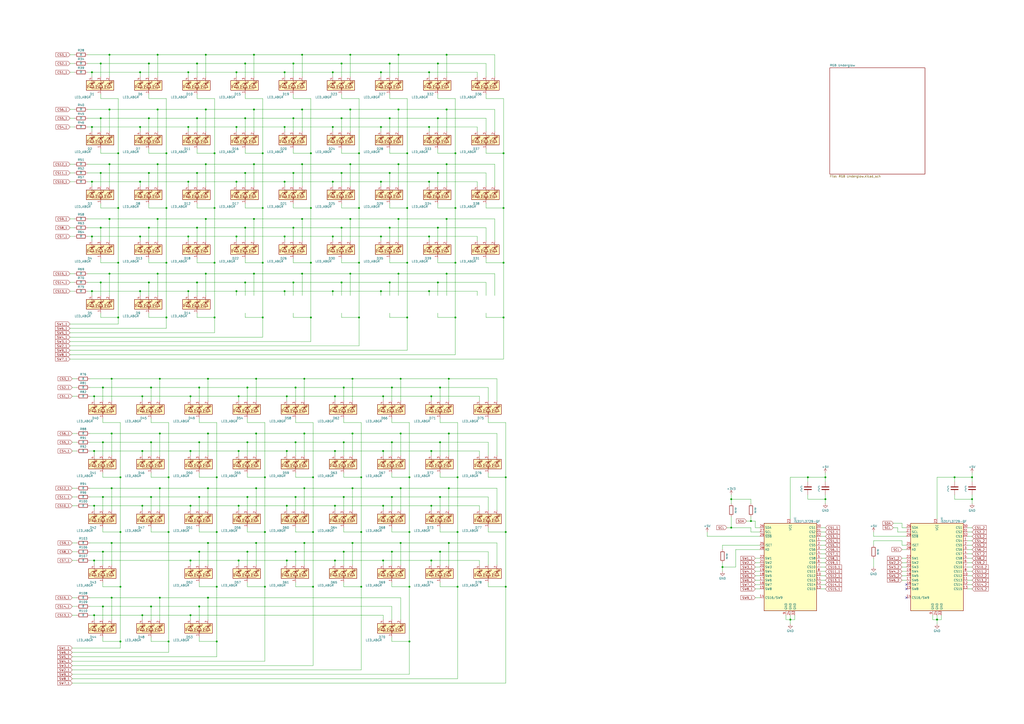
<source format=kicad_sch>
(kicad_sch (version 20230121) (generator eeschema)
  (paper "A2")
  (junction (at 255.27 256.54))
  (junction (at 226.06 132.08))
  (junction (at 137.16 41.91))
  (junction (at 68.58 120.65))
  (junction (at 81.28 168.91))
  (junction (at 208.28 184.15))
  (junction (at 226.06 100.33))
  (junction (at 220.98 168.91))
  (junction (at 248.92 105.41))
  (junction (at 120.65 283.21))
  (junction (at 82.55 261.62))
  (junction (at 119.38 95.25))
  (junction (at 91.44 158.75))
  (junction (at 237.49 276.86))
  (junction (at 254 100.33))
  (junction (at 110.49 356.87))
  (junction (at 147.32 95.25))
  (junction (at 142.24 100.33))
  (junction (at 110.49 293.37))
  (junction (at 199.39 256.54))
  (junction (at 114.3 163.83))
  (junction (at 236.22 184.15))
  (junction (at 194.31 229.87))
  (junction (at 59.69 256.54))
  (junction (at 92.71 346.71))
  (junction (at 143.51 288.29))
  (junction (at 148.59 314.96))
  (junction (at 119.38 31.75))
  (junction (at 176.53 219.71))
  (junction (at 264.16 184.15))
  (junction (at 543.56 359.41))
  (junction (at 97.79 308.61))
  (junction (at 58.42 132.08))
  (junction (at 53.34 168.91))
  (junction (at 110.49 229.87))
  (junction (at 137.16 168.91))
  (junction (at 204.47 251.46))
  (junction (at 254 68.58))
  (junction (at 63.5 31.75))
  (junction (at 563.88 276.86))
  (junction (at 204.47 283.21))
  (junction (at 227.33 320.04))
  (junction (at 226.06 68.58))
  (junction (at 115.57 224.79))
  (junction (at 64.77 314.96))
  (junction (at 153.67 276.86))
  (junction (at 193.04 137.16))
  (junction (at 81.28 41.91))
  (junction (at 204.47 314.96))
  (junction (at 175.26 127))
  (junction (at 120.65 314.96))
  (junction (at 152.4 120.65))
  (junction (at 152.4 184.15))
  (junction (at 59.69 224.79))
  (junction (at 198.12 132.08))
  (junction (at 96.52 184.15))
  (junction (at 265.43 340.36))
  (junction (at 292.1 184.15))
  (junction (at 237.49 308.61))
  (junction (at 227.33 224.79))
  (junction (at 69.85 340.36))
  (junction (at 181.61 276.86))
  (junction (at 124.46 88.9))
  (junction (at 86.36 36.83))
  (junction (at 250.19 293.37))
  (junction (at 293.37 276.86))
  (junction (at 250.19 229.87))
  (junction (at 231.14 31.75))
  (junction (at 142.24 36.83))
  (junction (at 198.12 68.58))
  (junction (at 152.4 88.9))
  (junction (at 142.24 163.83))
  (junction (at 248.92 137.16))
  (junction (at 114.3 68.58))
  (junction (at 125.73 340.36))
  (junction (at 176.53 314.96))
  (junction (at 226.06 163.83))
  (junction (at 110.49 325.12))
  (junction (at 232.41 219.71))
  (junction (at 171.45 256.54))
  (junction (at 59.69 288.29))
  (junction (at 91.44 127))
  (junction (at 250.19 325.12))
  (junction (at 138.43 229.87))
  (junction (at 260.35 219.71))
  (junction (at 69.85 276.86))
  (junction (at 203.2 158.75))
  (junction (at 198.12 100.33))
  (junction (at 458.47 359.41))
  (junction (at 166.37 261.62))
  (junction (at 124.46 120.65))
  (junction (at 259.08 31.75))
  (junction (at 119.38 158.75))
  (junction (at 125.73 308.61))
  (junction (at 142.24 68.58))
  (junction (at 265.43 276.86))
  (junction (at 53.34 73.66))
  (junction (at 208.28 152.4))
  (junction (at 260.35 251.46))
  (junction (at 222.25 293.37))
  (junction (at 175.26 63.5))
  (junction (at 255.27 288.29))
  (junction (at 292.1 120.65))
  (junction (at 152.4 152.4))
  (junction (at 292.1 88.9))
  (junction (at 203.2 127))
  (junction (at 138.43 261.62))
  (junction (at 115.57 320.04))
  (junction (at 260.35 314.96))
  (junction (at 53.34 41.91))
  (junction (at 63.5 63.5))
  (junction (at 109.22 137.16))
  (junction (at 171.45 224.79))
  (junction (at 435.61 302.26))
  (junction (at 165.1 168.91))
  (junction (at 170.18 68.58))
  (junction (at 260.35 283.21))
  (junction (at 138.43 293.37))
  (junction (at 222.25 261.62))
  (junction (at 120.65 346.71))
  (junction (at 109.22 73.66))
  (junction (at 125.73 372.11))
  (junction (at 91.44 31.75))
  (junction (at 109.22 168.91))
  (junction (at 220.98 73.66))
  (junction (at 250.19 261.62))
  (junction (at 232.41 283.21))
  (junction (at 220.98 41.91))
  (junction (at 264.16 152.4))
  (junction (at 58.42 163.83))
  (junction (at 143.51 224.79))
  (junction (at 248.92 73.66))
  (junction (at 153.67 308.61))
  (junction (at 254 132.08))
  (junction (at 254 163.83))
  (junction (at 82.55 229.87))
  (junction (at 137.16 137.16))
  (junction (at 204.47 219.71))
  (junction (at 203.2 63.5))
  (junction (at 170.18 163.83))
  (junction (at 166.37 293.37))
  (junction (at 92.71 251.46))
  (junction (at 203.2 31.75))
  (junction (at 194.31 325.12))
  (junction (at 236.22 88.9))
  (junction (at 248.92 168.91))
  (junction (at 248.92 41.91))
  (junction (at 86.36 68.58))
  (junction (at 137.16 105.41))
  (junction (at 124.46 184.15))
  (junction (at 54.61 229.87))
  (junction (at 115.57 351.79))
  (junction (at 209.55 340.36))
  (junction (at 82.55 356.87))
  (junction (at 64.77 346.71))
  (junction (at 64.77 283.21))
  (junction (at 220.98 105.41))
  (junction (at 293.37 340.36))
  (junction (at 68.58 184.15))
  (junction (at 143.51 256.54))
  (junction (at 114.3 100.33))
  (junction (at 87.63 256.54))
  (junction (at 193.04 105.41))
  (junction (at 231.14 63.5))
  (junction (at 203.2 95.25))
  (junction (at 114.3 132.08))
  (junction (at 180.34 88.9))
  (junction (at 180.34 152.4))
  (junction (at 91.44 63.5))
  (junction (at 237.49 340.36))
  (junction (at 120.65 219.71))
  (junction (at 54.61 325.12))
  (junction (at 82.55 293.37))
  (junction (at 109.22 105.41))
  (junction (at 97.79 372.11))
  (junction (at 193.04 73.66))
  (junction (at 81.28 137.16))
  (junction (at 147.32 63.5))
  (junction (at 231.14 158.75))
  (junction (at 58.42 68.58))
  (junction (at 194.31 293.37))
  (junction (at 166.37 325.12))
  (junction (at 110.49 261.62))
  (junction (at 86.36 163.83))
  (junction (at 424.18 289.56))
  (junction (at 236.22 152.4))
  (junction (at 96.52 152.4))
  (junction (at 166.37 229.87))
  (junction (at 193.04 41.91))
  (junction (at 259.08 127))
  (junction (at 87.63 288.29))
  (junction (at 171.45 320.04))
  (junction (at 59.69 320.04))
  (junction (at 68.58 88.9))
  (junction (at 125.73 276.86))
  (junction (at 255.27 320.04))
  (junction (at 86.36 132.08))
  (junction (at 176.53 251.46))
  (junction (at 194.31 261.62))
  (junction (at 293.37 308.61))
  (junction (at 180.34 120.65))
  (junction (at 181.61 308.61))
  (junction (at 237.49 372.11))
  (junction (at 170.18 36.83))
  (junction (at 54.61 261.62))
  (junction (at 147.32 31.75))
  (junction (at 419.1 328.93))
  (junction (at 170.18 132.08))
  (junction (at 92.71 283.21))
  (junction (at 58.42 36.83))
  (junction (at 254 36.83))
  (junction (at 115.57 256.54))
  (junction (at 147.32 158.75))
  (junction (at 198.12 163.83))
  (junction (at 181.61 340.36))
  (junction (at 199.39 288.29))
  (junction (at 259.08 63.5))
  (junction (at 259.08 95.25))
  (junction (at 264.16 88.9))
  (junction (at 292.1 152.4))
  (junction (at 165.1 137.16))
  (junction (at 193.04 168.91))
  (junction (at 255.27 224.79))
  (junction (at 148.59 283.21))
  (junction (at 478.79 276.86))
  (junction (at 86.36 100.33))
  (junction (at 142.24 132.08))
  (junction (at 81.28 73.66))
  (junction (at 199.39 320.04))
  (junction (at 124.46 152.4))
  (junction (at 468.63 276.86))
  (junction (at 208.28 120.65))
  (junction (at 53.34 105.41))
  (junction (at 265.43 308.61))
  (junction (at 198.12 36.83))
  (junction (at 115.57 288.29))
  (junction (at 175.26 31.75))
  (junction (at 227.33 256.54))
  (junction (at 180.34 184.15))
  (junction (at 165.1 105.41))
  (junction (at 148.59 219.71))
  (junction (at 208.28 88.9))
  (junction (at 64.77 251.46))
  (junction (at 199.39 224.79))
  (junction (at 87.63 351.79))
  (junction (at 165.1 73.66))
  (junction (at 232.41 314.96))
  (junction (at 53.34 137.16))
  (junction (at 69.85 308.61))
  (junction (at 63.5 95.25))
  (junction (at 209.55 308.61))
  (junction (at 148.59 251.46))
  (junction (at 87.63 224.79))
  (junction (at 54.61 293.37))
  (junction (at 259.08 158.75))
  (junction (at 59.69 351.79))
  (junction (at 64.77 219.71))
  (junction (at 153.67 340.36))
  (junction (at 226.06 36.83))
  (junction (at 176.53 283.21))
  (junction (at 264.16 120.65))
  (junction (at 120.65 251.46))
  (junction (at 54.61 356.87))
  (junction (at 97.79 276.86))
  (junction (at 222.25 325.12))
  (junction (at 231.14 127))
  (junction (at 91.44 95.25))
  (junction (at 232.41 251.46))
  (junction (at 424.18 306.07))
  (junction (at 68.58 152.4))
  (junction (at 137.16 73.66))
  (junction (at 138.43 325.12))
  (junction (at 58.42 100.33))
  (junction (at 170.18 100.33))
  (junction (at 81.28 105.41))
  (junction (at 96.52 120.65))
  (junction (at 63.5 158.75))
  (junction (at 236.22 120.65))
  (junction (at 222.25 229.87))
  (junction (at 220.98 137.16))
  (junction (at 92.71 219.71))
  (junction (at 209.55 276.86))
  (junction (at 175.26 158.75))
  (junction (at 165.1 41.91))
  (junction (at 171.45 288.29))
  (junction (at 69.85 372.11))
  (junction (at 553.72 276.86))
  (junction (at 109.22 41.91))
  (junction (at 119.38 127))
  (junction (at 114.3 36.83))
  (junction (at 478.79 289.56))
  (junction (at 147.32 127))
  (junction (at 143.51 320.04))
  (junction (at 119.38 63.5))
  (junction (at 63.5 127))
  (junction (at 227.33 288.29))
  (junction (at 96.52 88.9))
  (junction (at 231.14 95.25))
  (junction (at 175.26 95.25))
  (junction (at 563.88 289.56))
  (no_connect (at 525.78 341.63))
  (no_connect (at 525.78 346.71))
  (no_connect (at 525.78 339.09))
  (wire (pts (xy 226.06 163.83) (xy 226.06 171.45)))
  (wire (pts (xy 165.1 137.16) (xy 165.1 139.7)))
  (wire (pts (xy 476.25 306.07) (xy 478.79 306.07)))
  (wire (pts (xy 54.61 261.62) (xy 82.55 261.62)))
  (wire (pts (xy 124.46 88.9) (xy 114.3 88.9)))
  (wire (pts (xy 120.65 346.71) (xy 232.41 346.71)))
  (wire (pts (xy 137.16 105.41) (xy 137.16 107.95)))
  (wire (pts (xy 476.25 336.55) (xy 478.79 336.55)))
  (wire (pts (xy 110.49 232.41) (xy 110.49 229.87)))
  (wire (pts (xy 176.53 251.46) (xy 148.59 251.46)))
  (wire (pts (xy 64.77 295.91) (xy 64.77 283.21)))
  (wire (pts (xy 110.49 293.37) (xy 82.55 293.37)))
  (wire (pts (xy 281.94 57.15) (xy 292.1 57.15)))
  (wire (pts (xy 59.69 224.79) (xy 87.63 224.79)))
  (wire (pts (xy 455.93 359.41) (xy 458.47 359.41)))
  (wire (pts (xy 152.4 195.58) (xy 152.4 184.15)))
  (wire (pts (xy 198.12 184.15) (xy 198.12 181.61)))
  (wire (pts (xy 288.29 251.46) (xy 260.35 251.46)))
  (wire (pts (xy 138.43 229.87) (xy 138.43 232.41)))
  (wire (pts (xy 254 36.83) (xy 254 44.45)))
  (wire (pts (xy 265.43 276.86) (xy 265.43 245.11)))
  (wire (pts (xy 525.78 334.01) (xy 523.24 334.01)))
  (wire (pts (xy 148.59 251.46) (xy 148.59 264.16)))
  (wire (pts (xy 54.61 264.16) (xy 54.61 261.62)))
  (wire (pts (xy 209.55 308.61) (xy 199.39 308.61)))
  (wire (pts (xy 87.63 224.79) (xy 87.63 232.41)))
  (wire (pts (xy 259.08 127) (xy 231.14 127)))
  (wire (pts (xy 278.13 261.62) (xy 250.19 261.62)))
  (wire (pts (xy 523.24 316.23) (xy 525.78 316.23)))
  (wire (pts (xy 281.94 152.4) (xy 281.94 149.86)))
  (wire (pts (xy 232.41 314.96) (xy 204.47 314.96)))
  (wire (pts (xy 203.2 31.75) (xy 231.14 31.75)))
  (wire (pts (xy 59.69 320.04) (xy 115.57 320.04)))
  (wire (pts (xy 109.22 139.7) (xy 109.22 137.16)))
  (wire (pts (xy 86.36 88.9) (xy 86.36 86.36)))
  (wire (pts (xy 222.25 261.62) (xy 194.31 261.62)))
  (wire (pts (xy 561.34 308.61) (xy 563.88 308.61)))
  (wire (pts (xy 54.61 293.37) (xy 82.55 293.37)))
  (wire (pts (xy 170.18 86.36) (xy 170.18 88.9)))
  (wire (pts (xy 40.64 203.2) (xy 236.22 203.2)))
  (wire (pts (xy 40.64 193.04) (xy 124.46 193.04)))
  (wire (pts (xy 69.85 276.86) (xy 59.69 276.86)))
  (wire (pts (xy 53.34 107.95) (xy 53.34 105.41)))
  (wire (pts (xy 86.36 132.08) (xy 114.3 132.08)))
  (wire (pts (xy 226.06 86.36) (xy 226.06 88.9)))
  (wire (pts (xy 226.06 149.86) (xy 226.06 152.4)))
  (wire (pts (xy 50.8 158.75) (xy 63.5 158.75)))
  (wire (pts (xy 181.61 245.11) (xy 171.45 245.11)))
  (wire (pts (xy 54.61 356.87) (xy 82.55 356.87)))
  (wire (pts (xy 81.28 105.41) (xy 81.28 107.95)))
  (wire (pts (xy 227.33 288.29) (xy 255.27 288.29)))
  (wire (pts (xy 143.51 242.57) (xy 143.51 245.11)))
  (wire (pts (xy 40.64 127) (xy 43.18 127)))
  (wire (pts (xy 288.29 232.41) (xy 288.29 219.71)))
  (wire (pts (xy 523.24 313.69) (xy 506.73 313.69)))
  (wire (pts (xy 142.24 120.65) (xy 152.4 120.65)))
  (wire (pts (xy 43.18 36.83) (xy 40.64 36.83)))
  (wire (pts (xy 115.57 306.07) (xy 115.57 308.61)))
  (wire (pts (xy 137.16 105.41) (xy 109.22 105.41)))
  (wire (pts (xy 181.61 308.61) (xy 171.45 308.61)))
  (wire (pts (xy 458.47 361.95) (xy 458.47 359.41)))
  (wire (pts (xy 143.51 245.11) (xy 153.67 245.11)))
  (wire (pts (xy 125.73 372.11) (xy 115.57 372.11)))
  (wire (pts (xy 254 88.9) (xy 264.16 88.9)))
  (wire (pts (xy 114.3 163.83) (xy 86.36 163.83)))
  (wire (pts (xy 237.49 276.86) (xy 237.49 245.11)))
  (wire (pts (xy 50.8 36.83) (xy 58.42 36.83)))
  (wire (pts (xy 561.34 336.55) (xy 563.88 336.55)))
  (wire (pts (xy 424.18 306.07) (xy 435.61 306.07)))
  (wire (pts (xy 143.51 340.36) (xy 143.51 337.82)))
  (wire (pts (xy 194.31 261.62) (xy 194.31 264.16)))
  (wire (pts (xy 250.19 264.16) (xy 250.19 261.62)))
  (wire (pts (xy 424.18 289.56) (xy 424.18 292.1)))
  (wire (pts (xy 248.92 168.91) (xy 276.86 168.91)))
  (wire (pts (xy 115.57 351.79) (xy 227.33 351.79)))
  (wire (pts (xy 137.16 41.91) (xy 137.16 44.45)))
  (wire (pts (xy 119.38 139.7) (xy 119.38 127)))
  (wire (pts (xy 543.56 356.87) (xy 543.56 359.41)))
  (wire (pts (xy 52.07 256.54) (xy 59.69 256.54)))
  (wire (pts (xy 259.08 127) (xy 259.08 139.7)))
  (wire (pts (xy 226.06 120.65) (xy 226.06 118.11)))
  (wire (pts (xy 208.28 57.15) (xy 198.12 57.15)))
  (wire (pts (xy 124.46 88.9) (xy 124.46 120.65)))
  (wire (pts (xy 87.63 288.29) (xy 87.63 295.91)))
  (wire (pts (xy 53.34 41.91) (xy 81.28 41.91)))
  (wire (pts (xy 468.63 276.86) (xy 468.63 279.4)))
  (wire (pts (xy 220.98 73.66) (xy 220.98 76.2)))
  (wire (pts (xy 435.61 308.61) (xy 440.69 308.61)))
  (wire (pts (xy 53.34 44.45) (xy 53.34 41.91)))
  (wire (pts (xy 237.49 340.36) (xy 237.49 308.61)))
  (wire (pts (xy 476.25 311.15) (xy 478.79 311.15)))
  (wire (pts (xy 125.73 276.86) (xy 125.73 308.61)))
  (wire (pts (xy 281.94 120.65) (xy 292.1 120.65)))
  (wire (pts (xy 176.53 283.21) (xy 176.53 295.91)))
  (wire (pts (xy 220.98 105.41) (xy 248.92 105.41)))
  (wire (pts (xy 96.52 120.65) (xy 96.52 152.4)))
  (wire (pts (xy 52.07 283.21) (xy 64.77 283.21)))
  (wire (pts (xy 142.24 132.08) (xy 142.24 139.7)))
  (wire (pts (xy 193.04 73.66) (xy 193.04 76.2)))
  (wire (pts (xy 58.42 44.45) (xy 58.42 36.83)))
  (wire (pts (xy 180.34 88.9) (xy 180.34 57.15)))
  (wire (pts (xy 254 132.08) (xy 226.06 132.08)))
  (wire (pts (xy 109.22 76.2) (xy 109.22 73.66)))
  (wire (pts (xy 220.98 41.91) (xy 248.92 41.91)))
  (wire (pts (xy 50.8 95.25) (xy 63.5 95.25)))
  (wire (pts (xy 148.59 283.21) (xy 176.53 283.21)))
  (wire (pts (xy 165.1 171.45) (xy 165.1 168.91)))
  (wire (pts (xy 468.63 287.02) (xy 468.63 289.56)))
  (wire (pts (xy 50.8 168.91) (xy 53.34 168.91)))
  (wire (pts (xy 171.45 224.79) (xy 171.45 232.41)))
  (wire (pts (xy 114.3 100.33) (xy 86.36 100.33)))
  (wire (pts (xy 440.69 339.09) (xy 438.15 339.09)))
  (wire (pts (xy 287.02 107.95) (xy 287.02 95.25)))
  (wire (pts (xy 209.55 245.11) (xy 199.39 245.11)))
  (wire (pts (xy 476.25 341.63) (xy 478.79 341.63)))
  (wire (pts (xy 440.69 316.23) (xy 419.1 316.23)))
  (wire (pts (xy 59.69 288.29) (xy 87.63 288.29)))
  (wire (pts (xy 276.86 171.45) (xy 276.86 168.91)))
  (wire (pts (xy 52.07 251.46) (xy 64.77 251.46)))
  (wire (pts (xy 231.14 158.75) (xy 259.08 158.75)))
  (wire (pts (xy 478.79 274.32) (xy 478.79 276.86)))
  (wire (pts (xy 109.22 107.95) (xy 109.22 105.41)))
  (wire (pts (xy 438.15 306.07) (xy 440.69 306.07)))
  (wire (pts (xy 86.36 100.33) (xy 86.36 107.95)))
  (wire (pts (xy 209.55 276.86) (xy 209.55 245.11)))
  (wire (pts (xy 147.32 31.75) (xy 147.32 44.45)))
  (wire (pts (xy 152.4 184.15) (xy 142.24 184.15)))
  (wire (pts (xy 435.61 299.72) (xy 435.61 302.26)))
  (wire (pts (xy 86.36 68.58) (xy 86.36 76.2)))
  (wire (pts (xy 153.67 308.61) (xy 153.67 340.36)))
  (wire (pts (xy 40.64 208.28) (xy 292.1 208.28)))
  (wire (pts (xy 52.07 356.87) (xy 54.61 356.87)))
  (wire (pts (xy 476.25 326.39) (xy 478.79 326.39)))
  (wire (pts (xy 553.72 276.86) (xy 553.72 279.4)))
  (wire (pts (xy 180.34 184.15) (xy 170.18 184.15)))
  (wire (pts (xy 227.33 369.57) (xy 227.33 372.11)))
  (wire (pts (xy 110.49 261.62) (xy 82.55 261.62)))
  (wire (pts (xy 97.79 276.86) (xy 87.63 276.86)))
  (wire (pts (xy 53.34 73.66) (xy 81.28 73.66)))
  (wire (pts (xy 198.12 163.83) (xy 226.06 163.83)))
  (wire (pts (xy 41.91 219.71) (xy 44.45 219.71)))
  (wire (pts (xy 180.34 198.12) (xy 180.34 184.15)))
  (wire (pts (xy 124.46 152.4) (xy 114.3 152.4)))
  (wire (pts (xy 50.8 163.83) (xy 58.42 163.83)))
  (wire (pts (xy 138.43 293.37) (xy 110.49 293.37)))
  (wire (pts (xy 543.56 276.86) (xy 543.56 300.99)))
  (wire (pts (xy 50.8 105.41) (xy 53.34 105.41)))
  (wire (pts (xy 438.15 302.26) (xy 438.15 306.07)))
  (wire (pts (xy 227.33 256.54) (xy 199.39 256.54)))
  (wire (pts (xy 264.16 152.4) (xy 264.16 120.65)))
  (wire (pts (xy 259.08 63.5) (xy 259.08 76.2)))
  (wire (pts (xy 142.24 68.58) (xy 114.3 68.58)))
  (wire (pts (xy 237.49 276.86) (xy 237.49 308.61)))
  (wire (pts (xy 198.12 36.83) (xy 198.12 44.45)))
  (wire (pts (xy 119.38 95.25) (xy 91.44 95.25)))
  (wire (pts (xy 142.24 68.58) (xy 142.24 76.2)))
  (wire (pts (xy 142.24 100.33) (xy 142.24 107.95)))
  (wire (pts (xy 142.24 184.15) (xy 142.24 181.61)))
  (wire (pts (xy 41.91 388.62) (xy 209.55 388.62)))
  (wire (pts (xy 68.58 184.15) (xy 58.42 184.15)))
  (wire (pts (xy 120.65 219.71) (xy 92.71 219.71)))
  (wire (pts (xy 50.8 137.16) (xy 53.34 137.16)))
  (wire (pts (xy 58.42 184.15) (xy 58.42 181.61)))
  (wire (pts (xy 166.37 325.12) (xy 138.43 325.12)))
  (wire (pts (xy 232.41 346.71) (xy 232.41 359.41)))
  (wire (pts (xy 254 68.58) (xy 254 76.2)))
  (wire (pts (xy 458.47 276.86) (xy 458.47 300.99)))
  (wire (pts (xy 115.57 288.29) (xy 87.63 288.29)))
  (wire (pts (xy 248.92 171.45) (xy 248.92 168.91)))
  (wire (pts (xy 170.18 88.9) (xy 180.34 88.9)))
  (wire (pts (xy 226.06 68.58) (xy 226.06 76.2)))
  (wire (pts (xy 222.25 229.87) (xy 222.25 232.41)))
  (wire (pts (xy 59.69 372.11) (xy 59.69 369.57)))
  (wire (pts (xy 194.31 229.87) (xy 222.25 229.87)))
  (wire (pts (xy 41.91 346.71) (xy 44.45 346.71)))
  (wire (pts (xy 255.27 340.36) (xy 265.43 340.36)))
  (wire (pts (xy 119.38 158.75) (xy 91.44 158.75)))
  (wire (pts (xy 193.04 41.91) (xy 193.04 44.45)))
  (wire (pts (xy 52.07 346.71) (xy 64.77 346.71)))
  (wire (pts (xy 81.28 41.91) (xy 81.28 44.45)))
  (wire (pts (xy 40.64 63.5) (xy 43.18 63.5)))
  (wire (pts (xy 198.12 86.36) (xy 198.12 88.9)))
  (wire (pts (xy 181.61 386.08) (xy 181.61 340.36)))
  (wire (pts (xy 115.57 308.61) (xy 125.73 308.61)))
  (wire (pts (xy 147.32 63.5) (xy 147.32 76.2)))
  (wire (pts (xy 260.35 251.46) (xy 260.35 264.16)))
  (wire (pts (xy 63.5 139.7) (xy 63.5 127)))
  (wire (pts (xy 87.63 242.57) (xy 87.63 245.11)))
  (wire (pts (xy 561.34 326.39) (xy 563.88 326.39)))
  (wire (pts (xy 170.18 171.45) (xy 170.18 163.83)))
  (wire (pts (xy 193.04 171.45) (xy 193.04 168.91)))
  (wire (pts (xy 476.25 323.85) (xy 478.79 323.85)))
  (wire (pts (xy 142.24 132.08) (xy 114.3 132.08)))
  (wire (pts (xy 226.06 152.4) (xy 236.22 152.4)))
  (wire (pts (xy 166.37 229.87) (xy 166.37 232.41)))
  (wire (pts (xy 63.5 158.75) (xy 91.44 158.75)))
  (wire (pts (xy 254 68.58) (xy 226.06 68.58)))
  (wire (pts (xy 68.58 152.4) (xy 68.58 184.15)))
  (wire (pts (xy 143.51 256.54) (xy 115.57 256.54)))
  (wire (pts (xy 419.1 331.47) (xy 419.1 328.93)))
  (wire (pts (xy 254 184.15) (xy 254 181.61)))
  (wire (pts (xy 175.26 31.75) (xy 175.26 44.45)))
  (wire (pts (xy 110.49 359.41) (xy 110.49 356.87)))
  (wire (pts (xy 231.14 158.75) (xy 231.14 171.45)))
  (wire (pts (xy 153.67 383.54) (xy 153.67 340.36)))
  (wire (pts (xy 181.61 276.86) (xy 181.61 245.11)))
  (wire (pts (xy 561.34 331.47) (xy 563.88 331.47)))
  (wire (pts (xy 92.71 251.46) (xy 92.71 264.16)))
  (wire (pts (xy 166.37 325.12) (xy 166.37 327.66)))
  (wire (pts (xy 40.64 198.12) (xy 180.34 198.12)))
  (wire (pts (xy 281.94 132.08) (xy 254 132.08)))
  (wire (pts (xy 58.42 36.83) (xy 86.36 36.83)))
  (wire (pts (xy 143.51 224.79) (xy 115.57 224.79)))
  (wire (pts (xy 50.8 127) (xy 63.5 127)))
  (wire (pts (xy 199.39 276.86) (xy 209.55 276.86)))
  (wire (pts (xy 52.07 229.87) (xy 54.61 229.87)))
  (wire (pts (xy 283.21 245.11) (xy 293.37 245.11)))
  (wire (pts (xy 506.73 323.85) (xy 506.73 328.93)))
  (wire (pts (xy 208.28 184.15) (xy 198.12 184.15)))
  (wire (pts (xy 518.16 303.53) (xy 523.24 303.53)))
  (wire (pts (xy 59.69 276.86) (xy 59.69 274.32)))
  (wire (pts (xy 115.57 256.54) (xy 87.63 256.54)))
  (wire (pts (xy 476.25 316.23) (xy 478.79 316.23)))
  (wire (pts (xy 58.42 152.4) (xy 58.42 149.86)))
  (wire (pts (xy 148.59 314.96) (xy 148.59 327.66)))
  (wire (pts (xy 87.63 372.11) (xy 87.63 369.57)))
  (wire (pts (xy 115.57 242.57) (xy 115.57 245.11)))
  (wire (pts (xy 198.12 68.58) (xy 198.12 76.2)))
  (wire (pts (xy 476.25 339.09) (xy 478.79 339.09)))
  (wire (pts (xy 254 100.33) (xy 254 107.95)))
  (wire (pts (xy 58.42 76.2) (xy 58.42 68.58)))
  (wire (pts (xy 109.22 105.41) (xy 81.28 105.41)))
  (wire (pts (xy 208.28 152.4) (xy 208.28 120.65)))
  (wire (pts (xy 198.12 88.9) (xy 208.28 88.9)))
  (wire (pts (xy 260.35 314.96) (xy 260.35 327.66)))
  (wire (pts (xy 180.34 57.15) (xy 170.18 57.15)))
  (wire (pts (xy 120.65 251.46) (xy 92.71 251.46)))
  (wire (pts (xy 220.98 41.91) (xy 220.98 44.45)))
  (wire (pts (xy 226.06 163.83) (xy 254 163.83)))
  (wire (pts (xy 478.79 289.56) (xy 478.79 292.1)))
  (wire (pts (xy 198.12 152.4) (xy 208.28 152.4)))
  (wire (pts (xy 259.08 63.5) (xy 231.14 63.5)))
  (wire (pts (xy 41.91 283.21) (xy 44.45 283.21)))
  (wire (pts (xy 232.41 219.71) (xy 260.35 219.71)))
  (wire (pts (xy 171.45 256.54) (xy 171.45 264.16)))
  (wire (pts (xy 40.64 190.5) (xy 96.52 190.5)))
  (wire (pts (xy 81.28 73.66) (xy 81.28 76.2)))
  (wire (pts (xy 227.33 274.32) (xy 227.33 276.86)))
  (wire (pts (xy 259.08 95.25) (xy 259.08 107.95)))
  (wire (pts (xy 255.27 320.04) (xy 227.33 320.04)))
  (wire (pts (xy 236.22 120.65) (xy 226.06 120.65)))
  (wire (pts (xy 204.47 251.46) (xy 204.47 264.16)))
  (wire (pts (xy 58.42 132.08) (xy 86.36 132.08)))
  (wire (pts (xy 138.43 229.87) (xy 110.49 229.87)))
  (wire (pts (xy 69.85 372.11) (xy 69.85 375.92)))
  (wire (pts (xy 171.45 340.36) (xy 181.61 340.36)))
  (wire (pts (xy 561.34 339.09) (xy 563.88 339.09)))
  (wire (pts (xy 476.25 331.47) (xy 478.79 331.47)))
  (wire (pts (xy 222.25 293.37) (xy 250.19 293.37)))
  (wire (pts (xy 180.34 88.9) (xy 180.34 120.65)))
  (wire (pts (xy 276.86 44.45) (xy 276.86 41.91)))
  (wire (pts (xy 226.06 181.61) (xy 226.06 184.15)))
  (wire (pts (xy 63.5 76.2) (xy 63.5 63.5)))
  (wire (pts (xy 171.45 256.54) (xy 143.51 256.54)))
  (wire (pts (xy 44.45 351.79) (xy 41.91 351.79)))
  (wire (pts (xy 138.43 261.62) (xy 138.43 264.16)))
  (wire (pts (xy 40.64 168.91) (xy 43.18 168.91)))
  (wire (pts (xy 265.43 340.36) (xy 265.43 308.61)))
  (wire (pts (xy 525.78 328.93) (xy 523.24 328.93)))
  (wire (pts (xy 64.77 327.66) (xy 64.77 314.96)))
  (wire (pts (xy 276.86 137.16) (xy 248.92 137.16)))
  (wire (pts (xy 43.18 68.58) (xy 40.64 68.58)))
  (wire (pts (xy 166.37 261.62) (xy 138.43 261.62)))
  (wire (pts (xy 171.45 337.82) (xy 171.45 340.36)))
  (wire (pts (xy 227.33 351.79) (xy 227.33 359.41)))
  (wire (pts (xy 63.5 171.45) (xy 63.5 158.75)))
  (wire (pts (xy 114.3 36.83) (xy 86.36 36.83)))
  (wire (pts (xy 59.69 245.11) (xy 69.85 245.11)))
  (wire (pts (xy 110.49 327.66) (xy 110.49 325.12)))
  (wire (pts (xy 293.37 276.86) (xy 283.21 276.86)))
  (wire (pts (xy 276.86 107.95) (xy 276.86 105.41)))
  (wire (pts (xy 59.69 306.07) (xy 59.69 308.61)))
  (wire (pts (xy 143.51 224.79) (xy 143.51 232.41)))
  (wire (pts (xy 220.98 168.91) (xy 248.92 168.91)))
  (wire (pts (xy 283.21 306.07) (xy 283.21 308.61)))
  (wire (pts (xy 227.33 337.82) (xy 227.33 340.36)))
  (wire (pts (xy 115.57 359.41) (xy 115.57 351.79)))
  (wire (pts (xy 260.35 219.71) (xy 260.35 232.41)))
  (wire (pts (xy 40.64 105.41) (xy 43.18 105.41)))
  (wire (pts (xy 175.26 63.5) (xy 147.32 63.5)))
  (wire (pts (xy 40.64 195.58) (xy 152.4 195.58)))
  (wire (pts (xy 54.61 295.91) (xy 54.61 293.37)))
  (wire (pts (xy 543.56 361.95) (xy 543.56 359.41)))
  (wire (pts (xy 58.42 120.65) (xy 68.58 120.65)))
  (wire (pts (xy 114.3 120.65) (xy 124.46 120.65)))
  (wire (pts (xy 194.31 229.87) (xy 194.31 232.41)))
  (wire (pts (xy 278.13 325.12) (xy 250.19 325.12)))
  (wire (pts (xy 137.16 137.16) (xy 109.22 137.16)))
  (wire (pts (xy 170.18 152.4) (xy 180.34 152.4)))
  (wire (pts (xy 287.02 63.5) (xy 259.08 63.5)))
  (wire (pts (xy 147.32 31.75) (xy 175.26 31.75)))
  (wire (pts (xy 148.59 219.71) (xy 120.65 219.71)))
  (wire (pts (xy 255.27 337.82) (xy 255.27 340.36)))
  (wire (pts (xy 40.64 132.08) (xy 43.18 132.08)))
  (wire (pts (xy 248.92 139.7) (xy 248.92 137.16)))
  (wire (pts (xy 64.77 232.41) (xy 64.77 219.71)))
  (wire (pts (xy 181.61 340.36) (xy 181.61 308.61)))
  (wire (pts (xy 68.58 120.65) (xy 68.58 152.4)))
  (wire (pts (xy 231.14 95.25) (xy 259.08 95.25)))
  (wire (pts (xy 147.32 158.75) (xy 175.26 158.75)))
  (wire (pts (xy 153.67 340.36) (xy 143.51 340.36)))
  (wire (pts (xy 287.02 76.2) (xy 287.02 63.5)))
  (wire (pts (xy 152.4 120.65) (xy 152.4 152.4)))
  (wire (pts (xy 525.78 326.39) (xy 523.24 326.39)))
  (wire (pts (xy 260.35 251.46) (xy 232.41 251.46)))
  (wire (pts (xy 143.51 256.54) (xy 143.51 264.16)))
  (wire (pts (xy 52.07 288.29) (xy 59.69 288.29)))
  (wire (pts (xy 170.18 184.15) (xy 170.18 181.61)))
  (wire (pts (xy 142.24 100.33) (xy 170.18 100.33)))
  (wire (pts (xy 114.3 107.95) (xy 114.3 100.33)))
  (wire (pts (xy 468.63 276.86) (xy 478.79 276.86)))
  (wire (pts (xy 198.12 132.08) (xy 198.12 139.7)))
  (wire (pts (xy 92.71 283.21) (xy 92.71 295.91)))
  (wire (pts (xy 260.35 283.21) (xy 260.35 295.91)))
  (wire (pts (xy 59.69 295.91) (xy 59.69 288.29)))
  (wire (pts (xy 203.2 31.75) (xy 203.2 44.45)))
  (wire (pts (xy 180.34 152.4) (xy 180.34 120.65)))
  (wire (pts (xy 281.94 68.58) (xy 254 68.58)))
  (wire (pts (xy 59.69 232.41) (xy 59.69 224.79)))
  (wire (pts (xy 563.88 289.56) (xy 563.88 292.1)))
  (wire (pts (xy 281.94 118.11) (xy 281.94 120.65)))
  (wire (pts (xy 170.18 132.08) (xy 170.18 139.7)))
  (wire (pts (xy 170.18 68.58) (xy 170.18 76.2)))
  (wire (pts (xy 506.73 308.61) (xy 506.73 311.15)))
  (wire (pts (xy 193.04 137.16) (xy 193.04 139.7)))
  (wire (pts (xy 64.77 346.71) (xy 92.71 346.71)))
  (wire (pts (xy 204.47 251.46) (xy 176.53 251.46)))
  (wire (pts (xy 199.39 245.11) (xy 199.39 242.57)))
  (wire (pts (xy 97.79 308.61) (xy 97.79 372.11)))
  (wire (pts (xy 288.29 283.21) (xy 260.35 283.21)))
  (wire (pts (xy 148.59 219.71) (xy 148.59 232.41)))
  (wire (pts (xy 68.58 57.15) (xy 68.58 88.9)))
  (wire (pts (xy 203.2 127) (xy 175.26 127)))
  (wire (pts (xy 96.52 57.15) (xy 96.52 88.9)))
  (wire (pts (xy 222.25 229.87) (xy 250.19 229.87)))
  (wire (pts (xy 561.34 306.07) (xy 563.88 306.07)))
  (wire (pts (xy 227.33 245.11) (xy 227.33 242.57)))
  (wire (pts (xy 96.52 152.4) (xy 86.36 152.4)))
  (wire (pts (xy 236.22 152.4) (xy 236.22 120.65)))
  (wire (pts (xy 96.52 190.5) (xy 96.52 184.15)))
  (wire (pts (xy 254 149.86) (xy 254 152.4)))
  (wire (pts (xy 546.1 359.41) (xy 546.1 356.87)))
  (wire (pts (xy 87.63 308.61) (xy 97.79 308.61)))
  (wire (pts (xy 50.8 73.66) (xy 53.34 73.66)))
  (wire (pts (xy 41.91 396.24) (xy 293.37 396.24)))
  (wire (pts (xy 231.14 31.75) (xy 259.08 31.75)))
  (wire (pts (xy 222.25 293.37) (xy 222.25 295.91)))
  (wire (pts (xy 204.47 219.71) (xy 204.47 232.41)))
  (wire (pts (xy 523.24 303.53) (xy 523.24 306.07)))
  (wire (pts (xy 204.47 219.71) (xy 232.41 219.71)))
  (wire (pts (xy 520.7 306.07) (xy 520.7 308.61)))
  (wire (pts (xy 455.93 356.87) (xy 455.93 359.41)))
  (wire (pts (xy 193.04 105.41) (xy 193.04 107.95)))
  (wire (pts (xy 440.69 341.63) (xy 438.15 341.63)))
  (wire (pts (xy 53.34 168.91) (xy 81.28 168.91)))
  (wire (pts (xy 165.1 105.41) (xy 165.1 107.95)))
  (wire (pts (xy 54.61 232.41) (xy 54.61 229.87)))
  (wire (pts (xy 478.79 289.56) (xy 478.79 287.02)))
  (wire (pts (xy 153.67 245.11) (xy 153.67 276.86)))
  (wire (pts (xy 281.94 184.15) (xy 281.94 181.61)))
  (wire (pts (xy 50.8 100.33) (xy 58.42 100.33)))
  (wire (pts (xy 176.53 314.96) (xy 148.59 314.96)))
  (wire (pts (xy 193.04 168.91) (xy 220.98 168.91)))
  (wire (pts (xy 292.1 152.4) (xy 281.94 152.4)))
  (wire (pts (xy 208.28 184.15) (xy 208.28 152.4)))
  (wire (pts (xy 281.94 36.83) (xy 254 36.83)))
  (wire (pts (xy 265.43 393.7) (xy 265.43 340.36)))
  (wire (pts (xy 254 120.65) (xy 254 118.11)))
  (wire (pts (xy 440.69 328.93) (xy 438.15 328.93)))
  (wire (pts (xy 208.28 120.65) (xy 198.12 120.65)))
  (wire (pts (xy 194.31 293.37) (xy 222.25 293.37)))
  (wire (pts (xy 170.18 163.83) (xy 198.12 163.83)))
  (wire (pts (xy 410.21 311.15) (xy 440.69 311.15)))
  (wire (pts (xy 254 152.4) (xy 264.16 152.4)))
  (wire (pts (xy 293.37 308.61) (xy 293.37 340.36)))
  (wire (pts (xy 86.36 118.11) (xy 86.36 120.65)))
  (wire (pts (xy 283.21 242.57) (xy 283.21 245.11)))
  (wire (pts (xy 222.25 261.62) (xy 222.25 264.16)))
  (wire (pts (xy 199.39 337.82) (xy 199.39 340.36)))
  (wire (pts (xy 120.65 359.41) (xy 120.65 346.71)))
  (wire (pts (xy 147.32 171.45) (xy 147.32 158.75)))
  (wire (pts (xy 86.36 184.15) (xy 86.36 181.61)))
  (wire (pts (xy 287.02 44.45) (xy 287.02 31.75)))
  (wire (pts (xy 41.91 251.46) (xy 44.45 251.46)))
  (wire (pts (xy 203.2 127) (xy 203.2 139.7)))
  (wire (pts (xy 119.38 171.45) (xy 119.38 158.75)))
  (wire (pts (xy 152.4 57.15) (xy 152.4 88.9)))
  (wire (pts (xy 63.5 63.5) (xy 91.44 63.5)))
  (wire (pts (xy 226.06 36.83) (xy 254 36.83)))
  (wire (pts (xy 125.73 308.61) (xy 125.73 340.36)))
  (wire (pts (xy 561.34 318.77) (xy 563.88 318.77)))
  (wire (pts (xy 43.18 163.83) (xy 40.64 163.83)))
  (wire (pts (xy 264.16 88.9) (xy 264.16 57.15)))
  (wire (pts (xy 419.1 328.93) (xy 426.72 328.93)))
  (wire (pts (xy 259.08 31.75) (xy 259.08 44.45)))
  (wire (pts (xy 237.49 308.61) (xy 227.33 308.61)))
  (wire (pts (xy 147.32 31.75) (xy 119.38 31.75)))
  (wire (pts (xy 52.07 219.71) (xy 64.77 219.71)))
  (wire (pts (xy 120.65 232.41) (xy 120.65 219.71)))
  (wire (pts (xy 194.31 325.12) (xy 166.37 325.12)))
  (wire (pts (xy 53.34 139.7) (xy 53.34 137.16)))
  (wire (pts (xy 203.2 95.25) (xy 231.14 95.25)))
  (wire (pts (xy 64.77 359.41) (xy 64.77 346.71)))
  (wire (pts (xy 199.39 288.29) (xy 199.39 295.91)))
  (wire (pts (xy 254 163.83) (xy 281.94 163.83)))
  (wire (pts (xy 109.22 44.45) (xy 109.22 41.91)))
  (wire (pts (xy 287.02 95.25) (xy 259.08 95.25)))
  (wire (pts (xy 114.3 118.11) (xy 114.3 120.65)))
  (wire (pts (xy 476.25 313.69) (xy 478.79 313.69)))
  (wire (pts (xy 440.69 336.55) (xy 438.15 336.55)))
  (wire (pts (xy 226.06 100.33) (xy 254 100.33)))
  (wire (pts (xy 109.22 73.66) (xy 81.28 73.66)))
  (wire (pts (xy 203.2 95.25) (xy 203.2 107.95)))
  (wire (pts (xy 115.57 276.86) (xy 115.57 274.32)))
  (wire (pts (xy 193.04 105.41) (xy 220.98 105.41)))
  (wire (pts (xy 59.69 264.16) (xy 59.69 256.54)))
  (wire (pts (xy 288.29 295.91) (xy 288.29 283.21)))
  (wire (pts (xy 137.16 73.66) (xy 109.22 73.66)))
  (wire (pts (xy 278.13 293.37) (xy 250.19 293.37)))
  (wire (pts (xy 250.19 261.62) (xy 222.25 261.62)))
  (wire (pts (xy 50.8 132.08) (xy 58.42 132.08)))
  (wire (pts (xy 283.21 308.61) (xy 293.37 308.61)))
  (wire (pts (xy 461.01 359.41) (xy 461.01 356.87)))
  (wire (pts (xy 232.41 251.46) (xy 204.47 251.46)))
  (wire (pts (xy 96.52 184.15) (xy 86.36 184.15)))
  (wire (pts (xy 114.3 76.2) (xy 114.3 68.58)))
  (wire (pts (xy 53.34 171.45) (xy 53.34 168.91)))
  (wire (pts (xy 561.34 334.01) (xy 563.88 334.01)))
  (wire (pts (xy 148.59 219.71) (xy 176.53 219.71)))
  (wire (pts (xy 59.69 327.66) (xy 59.69 320.04)))
  (wire (pts (xy 226.06 100.33) (xy 226.06 107.95)))
  (wire (pts (xy 166.37 293.37) (xy 194.31 293.37)))
  (wire (pts (xy 264.16 205.74) (xy 264.16 184.15)))
  (wire (pts (xy 40.64 95.25) (xy 43.18 95.25)))
  (wire (pts (xy 255.27 256.54) (xy 227.33 256.54)))
  (wire (pts (xy 281.94 54.61) (xy 281.94 57.15)))
  (wire (pts (xy 170.18 57.15) (xy 170.18 54.61)))
  (wire (pts (xy 41.91 288.29) (xy 44.45 288.29)))
  (wire (pts (xy 227.33 308.61) (xy 227.33 306.07)))
  (wire (pts (xy 64.77 251.46) (xy 92.71 251.46)))
  (wire (pts (xy 222.25 325.12) (xy 222.25 327.66)))
  (wire (pts (xy 199.39 256.54) (xy 199.39 264.16)))
  (wire (pts (xy 248.92 44.45) (xy 248.92 41.91)))
  (wire (pts (xy 176.53 219.71) (xy 176.53 232.41)))
  (wire (pts (xy 143.51 224.79) (xy 171.45 224.79)))
  (wire (pts (xy 220.98 73.66) (xy 193.04 73.66)))
  (wire (pts (xy 41.91 261.62) (xy 44.45 261.62)))
  (wire (pts (xy 120.65 283.21) (xy 92.71 283.21)))
  (wire (pts (xy 171.45 288.29) (xy 171.45 295.91)))
  (wire (pts (xy 69.85 372.11) (xy 59.69 372.11)))
  (wire (pts (xy 541.02 359.41) (xy 543.56 359.41)))
  (wire (pts (xy 276.86 41.91) (xy 248.92 41.91)))
  (wire (pts (xy 137.16 41.91) (xy 109.22 41.91)))
  (wire (pts (xy 120.65 327.66) (xy 120.65 314.96)))
  (wire (pts (xy 58.42 54.61) (xy 58.42 57.15)))
  (wire (pts (xy 152.4 88.9) (xy 152.4 120.65)))
  (wire (pts (xy 59.69 351.79) (xy 87.63 351.79)))
  (wire (pts (xy 81.28 139.7) (xy 81.28 137.16)))
  (wire (pts (xy 110.49 356.87) (xy 222.25 356.87)))
  (wire (pts (xy 292.1 184.15) (xy 281.94 184.15)))
  (wire (pts (xy 287.02 127) (xy 259.08 127)))
  (wire (pts (xy 541.02 356.87) (xy 541.02 359.41)))
  (wire (pts (xy 170.18 132.08) (xy 142.24 132.08)))
  (wire (pts (xy 248.92 76.2) (xy 248.92 73.66)))
  (wire (pts (xy 124.46 120.65) (xy 124.46 152.4)))
  (wire (pts (xy 259.08 171.45) (xy 259.08 158.75)))
  (wire (pts (xy 440.69 326.39) (xy 438.15 326.39)))
  (wire (pts (xy 276.86 105.41) (xy 248.92 105.41)))
  (wire (pts (xy 166.37 229.87) (xy 194.31 229.87)))
  (wire (pts (xy 58.42 100.33) (xy 86.36 100.33)))
  (wire (pts (xy 222.25 325.12) (xy 194.31 325.12)))
  (wire (pts (xy 264.16 184.15) (xy 254 184.15)))
  (wire (pts (xy 119.38 158.75) (xy 147.32 158.75)))
  (wire (pts (xy 44.45 224.79) (xy 41.91 224.79)))
  (wire (pts (xy 254 132.08) (xy 254 139.7)))
  (wire (pts (xy 176.53 251.46) (xy 176.53 264.16)))
  (wire (pts (xy 468.63 289.56) (xy 478.79 289.56)))
  (wire (pts (xy 138.43 325.12) (xy 110.49 325.12)))
  (wire (pts (xy 52.07 320.04) (xy 59.69 320.04)))
  (wire (pts (xy 435.61 302.26) (xy 438.15 302.26)))
  (wire (pts (xy 171.45 276.86) (xy 181.61 276.86)))
  (wire (pts (xy 97.79 378.46) (xy 97.79 372.11)))
  (wire (pts (xy 58.42 139.7) (xy 58.42 132.08)))
  (wire (pts (xy 227.33 276.86) (xy 237.49 276.86)))
  (wire (pts (xy 119.38 44.45) (xy 119.38 31.75)))
  (wire (pts (xy 199.39 320.04) (xy 171.45 320.04)))
  (wire (pts (xy 147.32 127) (xy 147.32 139.7)))
  (wire (pts (xy 227.33 224.79) (xy 227.33 232.41)))
  (wire (pts (xy 165.1 137.16) (xy 137.16 137.16)))
  (wire (pts (xy 86.36 57.15) (xy 96.52 57.15)))
  (wire (pts (xy 226.06 88.9) (xy 236.22 88.9)))
  (wire (pts (xy 68.58 152.4) (xy 58.42 152.4)))
  (wire (pts (xy 41.91 378.46) (xy 97.79 378.46)))
  (wire (pts (xy 293.37 245.11) (xy 293.37 276.86)))
  (wire (pts (xy 175.26 171.45) (xy 175.26 158.75)))
  (wire (pts (xy 561.34 316.23) (xy 563.88 316.23)))
  (wire (pts (xy 198.12 100.33) (xy 226.06 100.33)))
  (wire (pts (xy 40.64 73.66) (xy 43.18 73.66)))
  (wire (pts (xy 53.34 76.2) (xy 53.34 73.66)))
  (wire (pts (xy 87.63 256.54) (xy 87.63 264.16)))
  (wire (pts (xy 288.29 314.96) (xy 260.35 314.96)))
  (wire (pts (xy 142.24 88.9) (xy 142.24 86.36)))
  (wire (pts (xy 281.94 171.45) (xy 281.94 163.83)))
  (wire (pts (xy 175.26 158.75) (xy 203.2 158.75)))
  (wire (pts (xy 468.63 276.86) (xy 458.47 276.86)))
  (wire (pts (xy 137.16 137.16) (xy 137.16 139.7)))
  (wire (pts (xy 69.85 340.36) (xy 59.69 340.36)))
  (wire (pts (xy 255.27 276.86) (xy 265.43 276.86)))
  (wire (pts (xy 561.34 341.63) (xy 563.88 341.63)))
  (wire (pts (xy 52.07 314.96) (xy 64.77 314.96)))
  (wire (pts (xy 561.34 321.31) (xy 563.88 321.31)))
  (wire (pts (xy 281.94 76.2) (xy 281.94 68.58)))
  (wire (pts (xy 171.45 245.11) (xy 171.45 242.57)))
  (wire (pts (xy 64.77 314.96) (xy 120.65 314.96)))
  (wire (pts (xy 283.21 224.79) (xy 255.27 224.79)))
  (wire (pts (xy 124.46 184.15) (xy 114.3 184.15)))
  (wire (pts (xy 142.24 57.15) (xy 152.4 57.15)))
  (wire (pts (xy 208.28 88.9) (xy 208.28 120.65)))
  (wire (pts (xy 87.63 276.86) (xy 87.63 274.32)))
  (wire (pts (xy 142.24 36.83) (xy 114.3 36.83)))
  (wire (pts (xy 227.33 320.04) (xy 199.39 320.04)))
  (wire (pts (xy 518.16 306.07) (xy 520.7 306.07)))
  (wire (pts (xy 476.25 308.61) (xy 478.79 308.61)))
  (wire (pts (xy 115.57 372.11) (xy 115.57 369.57)))
  (wire (pts (xy 165.1 168.91) (xy 193.04 168.91)))
  (wire (pts (xy 54.61 327.66) (xy 54.61 325.12)))
  (wire (pts (xy 91.44 158.75) (xy 91.44 171.45)))
  (wire (pts (xy 276.86 139.7) (xy 276.86 137.16)))
  (wire (pts (xy 63.5 31.75) (xy 91.44 31.75)))
  (wire (pts (xy 170.18 149.86) (xy 170.18 152.4)))
  (wire (pts (xy 204.47 314.96) (xy 176.53 314.96)))
  (wire (pts (xy 109.22 41.91) (xy 81.28 41.91)))
  (wire (pts (xy 255.27 256.54) (xy 255.27 264.16)))
  (wire (pts (xy 561.34 313.69) (xy 563.88 313.69)))
  (wire (pts (xy 180.34 120.65) (xy 170.18 120.65)))
  (wire (pts (xy 81.28 137.16) (xy 109.22 137.16)))
  (wire (pts (xy 194.31 325.12) (xy 194.31 327.66)))
  (wire (pts (xy 64.77 219.71) (xy 92.71 219.71)))
  (wire (pts (xy 525.78 336.55) (xy 523.24 336.55)))
  (wire (pts (xy 142.24 36.83) (xy 142.24 44.45)))
  (wire (pts (xy 236.22 88.9) (xy 236.22 57.15)))
  (wire (pts (xy 91.44 63.5) (xy 91.44 76.2)))
  (wire (pts (xy 232.41 283.21) (xy 232.41 295.91)))
  (wire (pts (xy 248.92 137.16) (xy 220.98 137.16)))
  (wire (pts (xy 232.41 251.46) (xy 232.41 264.16)))
  (wire (pts (xy 58.42 57.15) (xy 68.58 57.15)))
  (wire (pts (xy 281.94 107.95) (xy 281.94 100.33)))
  (wire (pts (xy 563.88 274.32) (xy 563.88 276.86)))
  (wire (pts (xy 152.4 88.9) (xy 142.24 88.9)))
  (wire (pts (xy 63.5 107.95) (xy 63.5 95.25)))
  (wire (pts (xy 41.91 383.54) (xy 153.67 383.54)))
  (wire (pts (xy 236.22 203.2) (xy 236.22 184.15)))
  (wire (pts (xy 64.77 283.21) (xy 92.71 283.21)))
  (wire (pts (xy 525.78 331.47) (xy 523.24 331.47)))
  (wire (pts (xy 231.14 63.5) (xy 203.2 63.5)))
  (wire (pts (xy 92.71 219.71) (xy 92.71 232.41)))
  (wire (pts (xy 523.24 316.23) (xy 523.24 313.69)))
  (wire (pts (xy 142.24 54.61) (xy 142.24 57.15)))
  (wire (pts (xy 426.72 318.77) (xy 426.72 328.93)))
  (wire (pts (xy 254 171.45) (xy 254 163.83)))
  (wire (pts (xy 165.1 41.91) (xy 193.04 41.91)))
  (wire (pts (xy 208.28 88.9) (xy 208.28 57.15)))
  (wire (pts (xy 110.49 264.16) (xy 110.49 261.62)))
  (wire (pts (xy 440.69 331.47) (xy 438.15 331.47)))
  (wire (pts (xy 119.38 31.75) (xy 91.44 31.75)))
  (wire (pts (xy 69.85 340.36) (xy 69.85 372.11)))
  (wire (pts (xy 40.64 200.66) (xy 208.28 200.66)))
  (wire (pts (xy 281.94 44.45) (xy 281.94 36.83)))
  (wire (pts (xy 109.22 171.45) (xy 109.22 168.91)))
  (wire (pts (xy 40.64 31.75) (xy 43.18 31.75)))
  (wire (pts (xy 58.42 118.11) (xy 58.42 120.65)))
  (wire (pts (xy 91.44 31.75) (xy 91.44 44.45)))
  (wire (pts (xy 175.26 127) (xy 175.26 139.7)))
  (wire (pts (xy 227.33 372.11) (xy 237.49 372.11)))
  (wire (pts (xy 525.78 323.85) (xy 523.24 323.85)))
  (wire (pts (xy 419.1 316.23) (xy 419.1 318.77)))
  (wire (pts (xy 87.63 306.07) (xy 87.63 308.61)))
  (wire (pts (xy 115.57 340.36) (xy 115.57 337.82)))
  (wire (pts (xy 476.25 328.93) (xy 478.79 328.93)))
  (wire (pts (xy 255.27 308.61) (xy 255.27 306.07)))
  (wire (pts (xy 199.39 308.61) (xy 199.39 306.07)))
  (wire (pts (xy 143.51 306.07) (xy 143.51 308.61)))
  (wire (pts (xy 58.42 171.45) (xy 58.42 163.83)))
  (wire (pts (xy 198.12 57.15) (xy 198.12 54.61)))
  (wire (pts (xy 222.25 356.87) (xy 222.25 359.41)))
  (wire (pts (xy 231.14 63.5) (xy 231.14 76.2)))
  (wire (pts (xy 165.1 105.41) (xy 193.04 105.41)))
  (wire (pts (xy 440.69 334.01) (xy 438.15 334.01)))
  (wire (pts (xy 114.3 44.45) (xy 114.3 36.83)))
  (wire (pts (xy 110.49 356.87) (xy 82.55 356.87)))
  (wire (pts (xy 69.85 245.11) (xy 69.85 276.86)))
  (wire (pts (xy 40.64 100.33) (xy 43.18 100.33)))
  (wire (pts (xy 109.22 168.91) (xy 81.28 168.91)))
  (wire (pts (xy 278.13 295.91) (xy 278.13 293.37)))
  (wire (pts (xy 87.63 245.11) (xy 97.79 245.11)))
  (wire (pts (xy 86.36 36.83) (xy 86.36 44.45)))
  (wire (pts (xy 203.2 63.5) (xy 203.2 76.2)))
  (wire (pts (xy 114.3 184.15) (xy 114.3 181.61)))
  (wire (pts (xy 198.12 68.58) (xy 170.18 68.58)))
  (wire (pts (xy 125.73 340.36) (xy 115.57 340.36)))
  (wire (pts (xy 553.72 276.86) (xy 543.56 276.86)))
  (wire (pts (xy 40.64 187.96) (xy 68.58 187.96)))
  (wire (pts (xy 283.21 288.29) (xy 255.27 288.29)))
  (wire (pts (xy 41.91 393.7) (xy 265.43 393.7)))
  (wire (pts (xy 281.94 88.9) (xy 281.94 86.36)))
  (wire (pts (xy 40.64 158.75) (xy 43.18 158.75)))
  (wire (pts (xy 97.79 276.86) (xy 97.79 308.61)))
  (wire (pts (xy 198.12 100.33) (xy 198.12 107.95)))
  (wire (pts (xy 40.64 137.16) (xy 43.18 137.16)))
  (wire (pts (xy 115.57 232.41) (xy 115.57 224.79)))
  (wire (pts (xy 170.18 100.33) (xy 170.18 107.95)))
  (wire (pts (xy 293.37 276.86) (xy 293.37 308.61)))
  (wire (pts (xy 147.32 63.5) (xy 119.38 63.5)))
  (wire (pts (xy 137.16 73.66) (xy 137.16 76.2)))
  (wire (pts (xy 236.22 88.9) (xy 236.22 120.65)))
  (wire (pts (xy 138.43 293.37) (xy 138.43 295.91)))
  (wire (pts (xy 435.61 306.07) (xy 435.61 308.61)))
  (wire (pts (xy 59.69 242.57) (xy 59.69 245.11)))
  (wire (pts (xy 124.46 57.15) (xy 124.46 88.9)))
  (wire (pts (xy 147.32 95.25) (xy 175.26 95.25)))
  (wire (pts (xy 424.18 299.72) (xy 424.18 306.07)))
  (wire (pts (xy 255.27 274.32) (xy 255.27 276.86)))
  (wire (pts (xy 64.77 264.16) (xy 64.77 251.46)))
  (wire (pts (xy 124.46 152.4) (xy 124.46 184.15)))
  (wire (pts (xy 227.33 288.29) (xy 227.33 295.91)))
  (wire (pts (xy 40.64 205.74) (xy 264.16 205.74)))
  (wire (pts (xy 115.57 351.79) (xy 87.63 351.79)))
  (wire (pts (xy 41.91 314.96) (xy 44.45 314.96)))
  (wire (pts (xy 96.52 152.4) (xy 96.52 184.15)))
  (wire (pts (xy 209.55 388.62) (xy 209.55 340.36)))
  (wire (pts (xy 91.44 95.25) (xy 91.44 107.95)))
  (wire (pts (xy 41.91 293.37) (xy 44.45 293.37)))
  (wire (pts (xy 265.43 276.86) (xy 265.43 308.61)))
  (wire (pts (xy 41.91 381) (xy 125.73 381)))
  (wire (pts (xy 478.79 276.86) (xy 478.79 279.4)))
  (wire (pts (xy 561.34 328.93) (xy 563.88 328.93)))
  (wire (pts (xy 97.79 372.11) (xy 87.63 372.11)))
  (wire (pts (xy 292.1 184.15) (xy 292.1 152.4)))
  (wire (pts (xy 194.31 261.62) (xy 166.37 261.62)))
  (wire (pts (xy 114.3 163.83) (xy 142.24 163.83)))
  (wire (pts (xy 553.72 287.02) (xy 553.72 289.56)))
  (wire (pts (xy 175.26 95.25) (xy 203.2 95.25)))
  (wire (pts (xy 114.3 57.15) (xy 124.46 57.15)))
  (wire (pts (xy 232.41 314.96) (xy 232.41 327.66)))
  (wire (pts (xy 137.16 41.91) (xy 165.1 41.91)))
  (wire (pts (xy 292.1 88.9) (xy 292.1 120.65)))
  (wire (pts (xy 198.12 36.83) (xy 226.06 36.83)))
  (wire (pts (xy 180.34 184.15) (xy 180.34 152.4)))
  (wire (pts (xy 283.21 327.66) (xy 283.21 320.04)))
  (wire (pts (xy 520.7 308.61) (xy 525.78 308.61)))
  (wire (pts (xy 563.88 276.86) (xy 563.88 279.4)))
  (wire (pts (xy 265.43 308.61) (xy 255.27 308.61)))
  (wire (pts (xy 52.07 293.37) (xy 54.61 293.37)))
  (wire (pts (xy 283.21 340.36) (xy 283.21 337.82)))
  (wire (pts (xy 175.26 31.75) (xy 203.2 31.75)))
  (wire (pts (xy 87.63 351.79) (xy 87.63 359.41)))
  (wire (pts (xy 193.04 73.66) (xy 165.1 73.66)))
  (wire (pts (xy 236.22 57.15) (xy 226.06 57.15)))
  (wire (pts (xy 115.57 264.16) (xy 115.57 256.54)))
  (wire (pts (xy 226.06 184.15) (xy 236.22 184.15)))
  (wire (pts (xy 237.49 245.11) (xy 227.33 245.11)))
  (wire (pts (xy 41.91 375.92) (xy 69.85 375.92)))
  (wire (pts (xy 250.19 327.66) (xy 250.19 325.12)))
  (wire (pts (xy 58.42 88.9) (xy 58.42 86.36)))
  (wire (pts (xy 227.33 224.79) (xy 255.27 224.79)))
  (wire (pts (xy 278.13 264.16) (xy 278.13 261.62)))
  (wire (pts (xy 259.08 158.75) (xy 287.02 158.75)))
  (wire (pts (xy 59.69 340.36) (xy 59.69 337.82)))
  (wire (pts (xy 237.49 391.16) (xy 237.49 372.11)))
  (wire (pts (xy 165.1 73.66) (xy 137.16 73.66)))
  (wire (pts (xy 115.57 245.11) (xy 125.73 245.11)))
  (wire (pts (xy 59.69 359.41) (xy 59.69 351.79)))
  (wire (pts (xy 110.49 229.87) (xy 82.55 229.87)))
  (wire (pts (xy 68.58 184.15) (xy 68.58 187.96)))
  (wire (pts (xy 138.43 293.37) (xy 166.37 293.37)))
  (wire (pts (xy 171.45 320.04) (xy 143.51 320.04)))
  (wire (pts (xy 147.32 95.25) (xy 119.38 95.25)))
  (wire (pts (xy 147.32 127) (xy 119.38 127)))
  (wire (pts (xy 142.24 118.11) (xy 142.24 120.65)))
  (wire (pts (xy 91.44 127) (xy 119.38 127)))
  (wire (pts (xy 109.22 168.91) (xy 137.16 168.91)))
  (wire (pts (xy 288.29 327.66) (xy 288.29 314.96)))
  (wire (pts (xy 440.69 346.71) (xy 438.15 346.71)))
  (wire (pts (xy 52.07 261.62) (xy 54.61 261.62)))
  (wire (pts (xy 248.92 73.66) (xy 220.98 73.66)))
  (wire (pts (xy 166.37 293.37) (xy 166.37 295.91)))
  (wire (pts (xy 86.36 152.4) (xy 86.36 149.86)))
  (wire (pts (xy 166.37 261.62) (xy 166.37 264.16)))
  (wire (pts (xy 54.61 359.41) (xy 54.61 356.87)))
  (wire (pts (xy 142.24 163.83) (xy 170.18 163.83)))
  (wire (pts (xy 119.38 107.95) (xy 119.38 95.25)))
  (wire (pts (xy 236.22 152.4) (xy 236.22 184.15)))
  (wire (pts (xy 59.69 256.54) (xy 87.63 256.54)))
  (wire (pts (xy 143.51 320.04) (xy 115.57 320.04)))
  (wire (pts (xy 543.56 359.41) (xy 546.1 359.41)))
  (wire (pts (xy 171.45 224.79) (xy 199.39 224.79)))
  (wire (pts (xy 137.16 171.45) (xy 137.16 168.91)))
  (wire (pts (xy 226.06 132.08) (xy 198.12 132.08)))
  (wire (pts (xy 220.98 168.91) (xy 220.98 171.45)))
  (wire (pts (xy 41.91 386.08) (xy 181.61 386.08)))
  (wire (pts (xy 227.33 340.36) (xy 237.49 340.36)))
  (wire (pts (xy 58.42 107.95) (xy 58.42 100.33)))
  (wire (pts (xy 209.55 276.86) (xy 209.55 308.61)))
  (wire (pts (xy 44.45 256.54) (xy 41.91 256.54)))
  (wire (pts (xy 63.5 44.45) (xy 63.5 31.75)))
  (wire (pts (xy 523.24 318.77) (xy 525.78 318.77)))
  (wire (pts (xy 50.8 41.91) (xy 53.34 41.91)))
  (wire (pts (xy 41.91 320.04) (xy 44.45 320.04)))
  (wire (pts (xy 433.07 302.26) (xy 435.61 302.26)))
  (wire (pts (xy 203.2 158.75) (xy 231.14 158.75)))
  (wire (pts (xy 125.73 340.36) (xy 125.73 372.11)))
  (wire (pts (xy 137.16 168.91) (xy 165.1 168.91)))
  (wire (pts (xy 148.59 283.21) (xy 120.65 283.21)))
  (wire (pts (xy 283.21 256.54) (xy 255.27 256.54)))
  (wire (pts (xy 231.14 95.25) (xy 231.14 107.95)))
  (wire (pts (xy 165.1 41.91) (xy 165.1 44.45)))
  (wire (pts (xy 283.21 232.41) (xy 283.21 224.79)))
  (wire (pts (xy 292.1 208.28) (xy 292.1 184.15)))
  (wire (pts (xy 250.19 325.12) (xy 222.25 325.12)))
  (wire (pts (xy 203.2 171.45) (xy 203.2 158.75)))
  (wire (pts (xy 50.8 31.75) (xy 63.5 31.75)))
  (wire (pts (xy 563.88 289.56) (xy 563.88 287.02)))
  (wire (pts (xy 198.12 149.86) (xy 198.12 152.4)))
  (wire (pts (xy 170.18 100.33) (xy 198.12 100.33)))
  (wire (pts (xy 143.51 288.29) (xy 115.57 288.29)))
  (wire (pts (xy 82.55 293.37) (xy 82.55 295.91)))
  (wire (pts (xy 176.53 314.96) (xy 176.53 327.66)))
  (wire (pts (xy 283.21 295.91) (xy 283.21 288.29)))
  (wire (pts (xy 278.13 232.41) (xy 278.13 229.87)))
  (wire (pts (xy 264.16 57.15) (xy 254 57.15)))
  (wire (pts (xy 69.85 276.86) (xy 69.85 308.61)))
  (wire (pts (xy 97.79 245.11) (xy 97.79 276.86)))
  (wire (pts (xy 143.51 288.29) (xy 143.51 295.91)))
  (wire (pts (xy 476.25 334.01) (xy 478.79 334.01)))
  (wire (pts (xy 255.27 224.79) (xy 255.27 232.41)))
  (wire (pts (xy 143.51 288.29) (xy 171.45 288.29)))
  (wire (pts (xy 283.21 264.16) (xy 283.21 256.54)))
  (wire (pts (xy 265.43 245.11) (xy 255.27 245.11)))
  (wire (pts (xy 194.31 293.37) (xy 194.31 295.91)))
  (wire (pts (xy 250.19 295.91) (xy 250.19 293.37)))
  (wire (pts (xy 250.19 232.41) (xy 250.19 229.87)))
  (wire (pts (xy 553.72 276.86) (xy 563.88 276.86)))
  (wire (pts (xy 193.04 41.91) (xy 220.98 41.91)))
  (wire (pts (xy 82.55 261.62) (xy 82.55 264.16)))
  (wire (pts (xy 410.21 308.61) (xy 410.21 311.15)))
  (wire (pts (xy 248.92 107.95) (xy 248.92 105.41)))
  (wire (pts (xy 58.42 163.83) (xy 86.36 163.83)))
  (wire (pts (xy 171.45 288.29) (xy 199.39 288.29)))
  (wire (pts (xy 231.14 127) (xy 231.14 139.7)))
  (wire (pts (xy 255.27 245.11) (xy 255.27 242.57)))
  (wire (pts (xy 424.18 289.56) (xy 435.61 289.56)))
  (wire (pts (xy 50.8 68.58) (xy 58.42 68.58)))
  (wire (pts (xy 52.07 325.12) (xy 54.61 325.12)))
  (wire (pts (xy 276.86 76.2) (xy 276.86 73.66)))
  (wire (pts (xy 44.45 229.87) (xy 41.91 229.87)))
  (wire (pts (xy 254 86.36) (xy 254 88.9)))
  (wire (pts (xy 41.91 325.12) (xy 44.45 325.12)))
  (wire (pts (xy 199.39 224.79) (xy 227.33 224.79)))
  (wire (pts (xy 227.33 320.04) (xy 227.33 327.66)))
  (wire (pts (xy 120.65 295.91) (xy 120.65 283.21)))
  (wire (pts (xy 292.1 88.9) (xy 281.94 88.9)))
  (wire (pts (xy 199.39 320.04) (xy 199.39 327.66)))
  (wire (pts (xy 68.58 88.9) (xy 58.42 88.9)))
  (wire (pts (xy 115.57 224.79) (xy 87.63 224.79)))
  (wire (pts (xy 137.16 105.41) (xy 165.1 105.41)))
  (wire (pts (xy 278.13 327.66) (xy 278.13 325.12)))
  (wire (pts (xy 283.21 320.04) (xy 255.27 320.04)))
  (wire (pts (xy 199.39 288.29) (xy 227.33 288.29)))
  (wire (pts (xy 114.3 68.58) (xy 86.36 68.58)))
  (wire (pts (xy 120.65 346.71) (xy 92.71 346.71)))
  (wire (pts (xy 231.14 127) (xy 203.2 127)))
  (wire (pts (xy 226.06 57.15) (xy 226.06 54.61)))
  (wire (pts (xy 199.39 340.36) (xy 209.55 340.36)))
  (wire (pts (xy 148.59 251.46) (xy 120.65 251.46)))
  (wire (pts (xy 476.25 318.77) (xy 478.79 318.77)))
  (wire (pts (xy 292.1 57.15) (xy 292.1 88.9)))
  (wire (pts (xy 82.55 356.87) (xy 82.55 359.41)))
  (wire (pts (xy 81.28 168.91) (xy 81.28 171.45)))
  (wire (pts (xy 152.4 184.15) (xy 152.4 152.4)))
  (wire (pts (xy 287.02 171.45) (xy 287.02 158.75)))
  (wire (pts (xy 421.64 306.07) (xy 424.18 306.07)))
  (wire (pts (xy 171.45 274.32) (xy 171.45 276.86)))
  (wire (pts (xy 115.57 295.91) (xy 115.57 288.29)))
  (wire (pts (xy 58.42 68.58) (xy 86.36 68.58)))
  (wire (pts (xy 232.41 219.71) (xy 232.41 232.41)))
  (wire (pts (xy 293.37 340.36) (xy 283.21 340.36)))
  (wire (pts (xy 114.3 171.45) (xy 114.3 163.83)))
  (wire (pts (xy 264.16 184.15) (xy 264.16 152.4)))
  (wire (pts (xy 458.47 356.87) (xy 458.47 359.41)))
  (wire (pts (xy 287.02 31.75) (xy 259.08 31.75)))
  (wire (pts (xy 170.18 68.58) (xy 142.24 68.58)))
  (wire (pts (xy 52.07 351.79) (xy 59.69 351.79)))
  (wire (pts (xy 176.53 219.71) (xy 204.47 219.71)))
  (wire (pts (xy 96.52 88.9) (xy 86.36 88.9)))
  (wire (pts (xy 143.51 276.86) (xy 143.51 274.32)))
  (wire (pts (xy 142.24 152.4) (xy 142.24 149.86)))
  (wire (pts (xy 63.5 95.25) (xy 91.44 95.25)))
  (wire (pts (xy 226.06 68.58) (xy 198.12 68.58)))
  (wire (pts (xy 120.65 264.16) (xy 120.65 251.46)))
  (wire (pts (xy 110.49 295.91) (xy 110.49 293.37)))
  (wire (pts (xy 553.72 289.56) (xy 563.88 289.56)))
  (wire (pts (xy 92.71 346.71) (xy 92.71 359.41)))
  (wire (pts (xy 125.73 381) (xy 125.73 372.11)))
  (wire (pts (xy 226.06 132.08) (xy 226.06 139.7)))
  (wire (pts (xy 114.3 152.4) (xy 114.3 149.86)))
  (wire (pts (xy 153.67 276.86) (xy 153.67 308.61)))
  (wire (pts (xy 142.24 171.45) (xy 142.24 163.83)))
  (wire (pts (xy 125.73 245.11) (xy 125.73 276.86)))
  (wire (pts (xy 204.47 283.21) (xy 232.41 283.21)))
  (wire (pts (xy 171.45 320.04) (xy 171.45 327.66)))
  (wire (pts (xy 255.27 320.04) (xy 255.27 327.66)))
  (wire (pts (xy 203.2 63.5) (xy 175.26 63.5)))
  (wire (pts (xy 86.36 54.61) (xy 86.36 57.15)))
  (wire (pts (xy 281.94 139.7) (xy 281.94 132.08)))
  (wire (pts (xy 292.1 120.65) (xy 292.1 152.4)))
  (wire (pts (xy 561.34 311.15) (xy 563.88 311.15)))
  (wire (pts (xy 54.61 325.12) (xy 110.49 325.12)))
  (wire (pts (xy 254 57.15) (xy 254 54.61)))
  (wire (pts (xy 237.49 340.36) (xy 237.49 372.11)))
  (wire (pts (xy 53.34 105.41) (xy 81.28 105.41)))
  (wire (pts (xy 227.33 256.54) (xy 227.33 264.16)))
  (wire (pts (xy 41.91 391.16) (xy 237.49 391.16)))
  (wire (pts (xy 143.51 320.04) (xy 143.51 327.66)))
  (wire (pts (xy 260.35 314.96) (xy 232.41 314.96)))
  (wire (pts (xy 208.28 200.66) (xy 208.28 184.15)))
  (wire (pts (xy 170.18 36.83) (xy 198.12 36.83)))
  (wire (pts (xy 153.67 276.86) (xy 143.51 276.86)))
  (wire (pts (xy 142.24 100.33) (xy 114.3 100.33)))
  (wire (pts (xy 198.12 132.08) (xy 170.18 132.08)))
  (wire (pts (xy 175.26 63.5) (xy 175.26 76.2)))
  (wire (pts (xy 523.24 306.07) (xy 525.78 306.07)))
  (wire (pts (xy 114.3 139.7) (xy 114.3 132.08)))
  (wire (pts (xy 176.53 283.21) (xy 204.47 283.21)))
  (wire (pts (xy 143.51 308.61) (xy 153.67 308.61)))
  (wire (pts (xy 114.3 54.61) (xy 114.3 57.15)))
  (wire (pts (xy 199.39 274.32) (xy 199.39 276.86)))
  (wire (pts (xy 125.73 276.86) (xy 115.57 276.86)))
  (wire (pts (xy 231.14 31.75) (xy 231.14 44.45)))
  (wire (pts (xy 276.86 73.66) (xy 248.92 73.66)))
  (wire (pts (xy 287.02 139.7) (xy 287.02 127)))
  (wire (pts (xy 50.8 63.5) (xy 63.5 63.5)))
  (wire (pts (xy 142.24 36.83) (xy 170.18 36.83)))
  (wire (pts (xy 170.18 36.83) (xy 170.18 44.45)))
  (wire (pts (xy 41.91 356.87) (xy 44.45 356.87)))
  (wire (pts (xy 440.69 318.77) (xy 426.72 318.77)))
  (wire (pts (xy 86.36 139.7) (xy 86.36 132.08)))
  (wire (pts (xy 220.98 137.16) (xy 220.98 139.7)))
  (wire (pts (xy 54.61 229.87) (xy 82.55 229.87)))
  (wire (pts (xy 86.36 120.65) (xy 96.52 120.65)))
  (wire (pts (xy 561.34 323.85) (xy 563.88 323.85)))
  (wire (pts (xy 171.45 308.61) (xy 171.45 306.07)))
  (wire (pts (xy 283.21 276.86) (xy 283.21 274.32)))
  (wire (pts (xy 440.69 323.85) (xy 438.15 323.85)))
  (wire (pts (xy 204.47 314.96) (xy 204.47 327.66)))
  (wire (pts (xy 82.55 229.87) (xy 82.55 232.41)))
  (wire (pts (xy 424.18 287.02) (xy 424.18 289.56)))
  (wire (pts (xy 138.43 325.12) (xy 138.43 327.66)))
  (wire (pts (xy 59.69 308.61) (xy 69.85 308.61)))
  (wire (pts (xy 204.47 283.21) (xy 204.47 295.91)))
  (wire (pts (xy 293.37 396.24) (xy 293.37 340.36)))
  (wire (pts (xy 220.98 137.16) (xy 193.04 137.16)))
  (wire (pts (xy 43.18 41.91) (xy 40.64 41.91)))
  (wire (pts (xy 148.59 283.21) (xy 148.59 295.91)))
  (wire (pts (xy 255.27 288.29) (xy 255.27 295.91)))
  (wire (pts (xy 115.57 327.66) (xy 115.57 320.04)))
  (wire (pts (xy 264.16 88.9) (xy 264.16 120.65)))
  (wire (pts (xy 91.44 139.7) (xy 91.44 127)))
  (wire (pts (xy 52.07 224.79) (xy 59.69 224.79)))
  (wire (pts (xy 476.25 321.31) (xy 478.79 321.31)))
  (wire (pts (xy 138.43 229.87) (xy 166.37 229.87)))
  (wire (pts (xy 69.85 308.61) (xy 69.85 340.36)))
  (wire (pts (xy 278.13 229.87) (xy 250.19 229.87)))
  (wire (pts (xy 119.38 76.2) (xy 119.38 63.5)))
  (wire (pts (xy 147.32 95.25) (xy 147.32 107.95)))
  (wire (pts (xy 152.4 152.4) (xy 142.24 152.4)))
  (wire (pts (xy 288.29 264.16) (xy 288.29 251.46)))
  (wire (pts (xy 198.12 120.65) (xy 198.12 118.11)))
  (wire (pts (xy 506.73 313.69) (xy 506.73 316.23)))
  (wire (pts (xy 419.1 326.39) (xy 419.1 328.93)))
  (wire (pts (xy 193.04 137.16) (xy 165.1 137.16)))
  (wire (pts (xy 138.43 261.62) (xy 110.49 261.62)))
  (wire (pts (xy 264.16 120.65) (xy 254 120.65)))
  (wire (pts (xy 148.59 314.96) (xy 120.65 314.96)))
  (wire (pts (xy 281.94 100.33) (xy 254 100.33)))
  (wire (pts (xy 165.1 73.66) (xy 165.1 76.2)))
  (wire (pts (xy 96.52 88.9) (xy 96.52 120.65)))
  (wire (pts (xy 63.5 127) (xy 91.44 127)))
  (wire (pts (xy 170.18 120.65) (xy 170.18 118.11)))
  (wire (pts (xy 181.61 276.86) (xy 181.61 308.61)))
  (wire (pts (xy 226.06 36.83) (xy 226.06 44.45)))
  (wire (pts (xy 209.55 340.36) (xy 209.55 308.61)))
  (wire (pts (xy 198.12 171.45) (xy 198.12 163.83)))
  (wire (pts (xy 86.36 163.83) (xy 86.36 171.45)))
  (wire (pts (xy 435.61 289.56) (xy 435.61 292.1)))
  (wire (pts (xy 68.58 88.9) (xy 68.58 120.65)))
  (wire (pts (xy 53.34 137.16) (xy 81.28 137.16)))
  (wire (pts (xy 124.46 193.04) (xy 124.46 184.15)))
  (wire (pts (xy 175.26 95.25) (xy 175.26 107.95)))
  (wire (pts (xy 199.39 256.54) (xy 171.45 256.54)))
  (wire (pts (xy 506.73 311.15) (xy 525.78 311.15)))
  (wire (pts (xy 199.39 224.79) (xy 199.39 232.41)))
  (wire (pts (xy 288.29 219.71) (xy 260.35 219.71)))
  (wire (pts (xy 458.47 359.41) (xy 461.01 359.41)))
  (wire (pts (xy 119.38 63.5) (xy 91.44 63.5)))
  (wire (pts (xy 220.98 105.41) (xy 220.98 107.95)))
  (wire (pts (xy 175.26 127) (xy 147.32 127)))
  (wire (pts (xy 232.41 283.21) (xy 260.35 283.21)))
  (wire (pts (xy 114.3 88.9) (xy 114.3 86.36)))
  (global_label "SW5_1" (shape input) (at 41.91 381 180) (property "Intersheetrefs" "${INTERSHEET_REFS}" (effects hide)))
  (global_label "CS11_2" (shape input) (at 563.88 331.47 0) (property "Intersheetrefs" "${INTERSHEET_REFS}" (effects hide)))
  (global_label "CS8_2" (shape input) (at 563.88 323.85 0) (property "Intersheetrefs" "${INTERSHEET_REFS}" (effects hide)))
  (global_label "CS3_1" (shape input) (at 41.91 219.71 180) (property "Intersheetrefs" "${INTERSHEET_REFS}" (effects hide)))
  (global_label "CS4_1" (shape input) (at 41.91 261.62 180) (property "Intersheetrefs" "${INTERSHEET_REFS}" (effects hide)))
  (global_label "CS13_1" (shape input) (at 478.79 336.55 0) (property "Intersheetrefs" "${INTERSHEET_REFS}" (effects hide)))
  (global_label "CS14_2" (shape input) (at 563.88 339.09 0) (property "Intersheetrefs" "${INTERSHEET_REFS}" (effects hide)))
  (global_label "SW9_1" (shape input) (at 438.15 346.71 180) (property "Intersheetrefs" "${INTERSHEET_REFS}" (effects hide)))
  (global_label "SW7_1" (shape input) (at 40.64 208.28 180) (property "Intersheetrefs" "${INTERSHEET_REFS}" (effects hide)))
  (global_label "CS6_1" (shape input) (at 478.79 318.77 0) (property "Intersheetrefs" "${INTERSHEET_REFS}" (effects hide)))
  (global_label "CS3_2" (shape input) (at 563.88 311.15 0) (property "Intersheetrefs" "${INTERSHEET_REFS}" (effects hide)))
  (global_label "CS13_1" (shape input) (at 40.64 168.91 180) (property "Intersheetrefs" "${INTERSHEET_REFS}" (effects hide)))
  (global_label "SW5_2" (shape input) (at 523.24 334.01 180) (property "Intersheetrefs" "${INTERSHEET_REFS}" (effects hide)))
  (global_label "CS1_1" (shape input) (at 40.64 41.91 180) (property "Intersheetrefs" "${INTERSHEET_REFS}" (effects hide)))
  (global_label "CS12_1" (shape input) (at 478.79 334.01 0) (property "Intersheetrefs" "${INTERSHEET_REFS}" (effects hide)))
  (global_label "CS7_1" (shape input) (at 478.79 321.31 0) (property "Intersheetrefs" "${INTERSHEET_REFS}" (effects hide)))
  (global_label "CS12_2" (shape input) (at 563.88 334.01 0) (property "Intersheetrefs" "${INTERSHEET_REFS}" (effects hide)))
  (global_label "CS14_1" (shape input) (at 40.64 163.83 180) (property "Intersheetrefs" "${INTERSHEET_REFS}" (effects hide)))
  (global_label "SW3_1" (shape input) (at 40.64 198.12 180) (property "Intersheetrefs" "${INTERSHEET_REFS}" (effects hide)))
  (global_label "SW1_1" (shape input) (at 41.91 375.92 180) (property "Intersheetrefs" "${INTERSHEET_REFS}" (effects hide)))
  (global_label "CS15_1" (shape input) (at 41.91 346.71 180) (property "Intersheetrefs" "${INTERSHEET_REFS}" (effects hide)))
  (global_label "CS7_2" (shape input) (at 563.88 321.31 0) (property "Intersheetrefs" "${INTERSHEET_REFS}" (effects hide)))
  (global_label "CS14_1" (shape input) (at 478.79 339.09 0) (property "Intersheetrefs" "${INTERSHEET_REFS}" (effects hide)))
  (global_label "SW2_2" (shape input) (at 523.24 326.39 180) (property "Intersheetrefs" "${INTERSHEET_REFS}" (effects hide)))
  (global_label "CS15_2" (shape input) (at 563.88 341.63 0) (property "Intersheetrefs" "${INTERSHEET_REFS}" (effects hide)))
  (global_label "CS10_1" (shape input) (at 41.91 293.37 180) (property "Intersheetrefs" "${INTERSHEET_REFS}" (effects hide)))
  (global_label "SW3_1" (shape input) (at 41.91 386.08 180) (property "Intersheetrefs" "${INTERSHEET_REFS}" (effects hide)))
  (global_label "SW3_2" (shape input) (at 523.24 328.93 180) (property "Intersheetrefs" "${INTERSHEET_REFS}" (effects hide)))
  (global_label "CS5_2" (shape input) (at 563.88 316.23 0) (property "Intersheetrefs" "${INTERSHEET_REFS}" (effects hide)))
  (global_label "SW5_1" (shape input) (at 40.64 193.04 180) (property "Intersheetrefs" "${INTERSHEET_REFS}" (effects hide)))
  (global_label "SW6_1" (shape input) (at 40.64 190.5 180) (property "Intersheetrefs" "${INTERSHEET_REFS}" (effects hide)))
  (global_label "CS3_1" (shape input) (at 40.64 31.75 180) (property "Intersheetrefs" "${INTERSHEET_REFS}" (effects hide)))
  (global_label "CS2_1" (shape input) (at 41.91 224.79 180) (property "Intersheetrefs" "${INTERSHEET_REFS}" (effects hide)))
  (global_label "SW2_1" (shape input) (at 438.15 326.39 180) (property "Intersheetrefs" "${INTERSHEET_REFS}" (effects hide)))
  (global_label "CS6_2" (shape input) (at 563.88 318.77 0) (property "Intersheetrefs" "${INTERSHEET_REFS}" (effects hide)))
  (global_label "SCL" (shape input) (at 518.16 306.07 180) (property "Intersheetrefs" "${INTERSHEET_REFS}" (effects hide)))
  (global_label "CS1_1" (shape input) (at 41.91 229.87 180) (property "Intersheetrefs" "${INTERSHEET_REFS}" (effects hide)))
  (global_label "SW6_1" (shape input) (at 438.15 336.55 180) (property "Intersheetrefs" "${INTERSHEET_REFS}" (effects hide)))
  (global_label "CS5_1" (shape input) (at 40.64 68.58 180) (property "Intersheetrefs" "${INTERSHEET_REFS}" (effects hide)))
  (global_label "CS14_1" (shape input) (at 41.91 351.79 180) (property "Intersheetrefs" "${INTERSHEET_REFS}" (effects hide)))
  (global_label "SW7_1" (shape input) (at 41.91 396.24 180) (property "Intersheetrefs" "${INTERSHEET_REFS}" (effects hide)))
  (global_label "CS9_2" (shape input) (at 563.88 326.39 0) (property "Intersheetrefs" "${INTERSHEET_REFS}" (effects hide)))
  (global_label "SW8_1" (shape input) (at 41.91 393.7 180) (property "Intersheetrefs" "${INTERSHEET_REFS}" (effects hide)))
  (global_label "CS12_1" (shape input) (at 40.64 95.25 180) (property "Intersheetrefs" "${INTERSHEET_REFS}" (effects hide)))
  (global_label "CS10_2" (shape input) (at 563.88 328.93 0) (property "Intersheetrefs" "${INTERSHEET_REFS}" (effects hide)))
  (global_label "CS13_2" (shape input) (at 563.88 336.55 0) (property "Intersheetrefs" "${INTERSHEET_REFS}" (effects hide)))
  (global_label "CS10_1" (shape input) (at 478.79 328.93 0) (property "Intersheetrefs" "${INTERSHEET_REFS}" (effects hide)))
  (global_label "CS2_1" (shape input) (at 40.64 36.83 180) (property "Intersheetrefs" "${INTERSHEET_REFS}" (effects hide)))
  (global_label "SW6_2" (shape input) (at 523.24 336.55 180) (property "Intersheetrefs" "${INTERSHEET_REFS}" (effects hide)))
  (global_label "CS2_1" (shape input) (at 478.79 308.61 0) (property "Intersheetrefs" "${INTERSHEET_REFS}" (effects hide)))
  (global_label "SW4_1" (shape input) (at 41.91 383.54 180) (property "Intersheetrefs" "${INTERSHEET_REFS}" (effects hide)))
  (global_label "CS6_1" (shape input) (at 41.91 251.46 180) (property "Intersheetrefs" "${INTERSHEET_REFS}" (effects hide)))
  (global_label "CS5_1" (shape input) (at 41.91 256.54 180) (property "Intersheetrefs" "${INTERSHEET_REFS}" (effects hide)))
  (global_label "SW8_1" (shape input) (at 438.15 341.63 180) (property "Intersheetrefs" "${INTERSHEET_REFS}" (effects hide)))
  (global_label "CS11_1" (shape input) (at 478.79 331.47 0) (property "Intersheetrefs" "${INTERSHEET_REFS}" (effects hide)))
  (global_label "CS13_1" (shape input) (at 41.91 356.87 180) (property "Intersheetrefs" "${INTERSHEET_REFS}" (effects hide)))
  (global_label "CS9_1" (shape input) (at 478.79 326.39 0) (property "Intersheetrefs" "${INTERSHEET_REFS}" (effects hide)))
  (global_label "SW1_2" (shape input) (at 523.24 323.85 180) (property "Intersheetrefs" "${INTERSHEET_REFS}" (effects hide)))
  (global_label "SCL" (shape input) (at 523.24 318.77 180) (property "Intersheetrefs" "${INTERSHEET_REFS}" (effects hide)))
  (global_label "SW7_1" (shape input) (at 438.15 339.09 180) (property "Intersheetrefs" "${INTERSHEET_REFS}" (effects hide)))
  (global_label "SW6_1" (shape input) (at 41.91 378.46 180) (property "Intersheetrefs" "${INTERSHEET_REFS}" (effects hide)))
  (global_label "CS4_2" (shape input) (at 563.88 313.69 0) (property "Intersheetrefs" "${INTERSHEET_REFS}" (effects hide)))
  (global_label "CS3_1" (shape input) (at 478.79 311.15 0) (property "Intersheetrefs" "${INTERSHEET_REFS}" (effects hide)))
  (global_label "CS1_1" (shape input) (at 478.79 306.07 0) (property "Intersheetrefs" "${INTERSHEET_REFS}" (effects hide)))
  (global_label "CS9_1" (shape input) (at 41.91 314.96 180) (property "Intersheetrefs" "${INTERSHEET_REFS}" (effects hide)))
  (global_label "CS6_1" (shape input) (at 40.64 63.5 180) (property "Intersheetrefs" "${INTERSHEET_REFS}" (effects hide)))
  (global_label "CS15_1" (shape input) (at 40.64 158.75 180) (property "Intersheetrefs" "${INTERSHEET_REFS}" (effects hide)))
  (global_label "SW9_1" (shape input) (at 40.64 203.2 180) (property "Intersheetrefs" "${INTERSHEET_REFS}" (effects hide)))
  (global_label "CS10_1" (shape input) (at 40.64 105.41 180) (property "Intersheetrefs" "${INTERSHEET_REFS}" (effects hide)))
  (global_label "SW2_1" (shape input) (at 40.64 200.66 180) (property "Intersheetrefs" "${INTERSHEET_REFS}" (effects hide)))
  (global_label "CS1_2" (shape input) (at 563.88 306.07 0) (property "Intersheetrefs" "${INTERSHEET_REFS}" (effects hide)))
  (global_label "CS2_2" (shape input) (at 563.88 308.61 0) (property "Intersheetrefs" "${INTERSHEET_REFS}" (effects hide)))
  (global_label "SW8_1" (shape input) (at 40.64 205.74 180) (property "Intersheetrefs" "${INTERSHEET_REFS}" (effects hide)))
  (global_label "SCL" (shape input) (at 421.64 306.07 180) (property "Intersheetrefs" "${INTERSHEET_REFS}" (effects hide)))
  (global_label "CS8_1" (shape input) (at 40.64 132.08 180) (property "Intersheetrefs" "${INTERSHEET_REFS}" (effects hide)))
  (global_label "CS7_1" (shape input) (at 40.64 137.16 180) (property "Intersheetrefs" "${INTERSHEET_REFS}" (effects hide)))
  (global_label "SW1_1" (shape input) (at 438.15 323.85 180) (property "Intersheetrefs" "${INTERSHEET_REFS}" (effects hide)))
  (global_label "CS15_1" (shape input) (at 478.79 341.63 0) (property "Intersheetrefs" "${INTERSHEET_REFS}" (effects hide)))
  (global_label "SW2_1" (shape input) (at 41.91 388.62 180) (property "Intersheetrefs" "${INTERSHEET_REFS}" (effects hide)))
  (global_label "CS9_1" (shape input) (at 40.64 127 180) (property "Intersheetrefs" "${INTERSHEET_REFS}" (effects hide)))
  (global_label "CS8_1" (shape input) (at 41.91 320.04 180) (property "Intersheetrefs" "${INTERSHEET_REFS}" (effects hide)))
  (global_label "SW9_1" (shape input) (at 41.91 391.16 180) (property "Intersheetrefs" "${INTERSHEET_REFS}" (effects hide)))
  (global_label "CS4_1" (shape input) (at 478.79 313.69 0) (property "Intersheetrefs" "${INTERSHEET_REFS}" (effects hide)))
  (global_label "SW3_1" (shape input) (at 438.15 328.93 180) (property "Intersheetrefs" "${INTERSHEET_REFS}" (effects hide)))
  (global_label "CS11_1" (shape input) (at 40.64 100.33 180) (property "Intersheetrefs" "${INTERSHEET_REFS}" (effects hide)))
  (global_label "SW4_2" (shape input) (at 523.24 331.47 180) (property "Intersheetrefs" "${INTERSHEET_REFS}" (effects hide)))
  (global_label "CS11_1" (shape input) (at 41.91 288.29 180) (property "Intersheetrefs" "${INTERSHEET_REFS}" (effects hide)))
  (global_label "CS12_1" (shape input) (at 41.91 283.21 180) (property "Intersheetrefs" "${INTERSHEET_REFS}" (effects hide)))
  (global_label "CS7_1" (shape input) (at 41.91 325.12 180) (property "Intersheetrefs" "${INTERSHEET_REFS}" (effects hide)))
  (global_label "SW5_1" (shape input) (at 438.15 334.01 180) (property "Intersheetrefs" "${INTERSHEET_REFS}" (effects hide)))
  (global_label "CS8_1" (shape input) (at 478.79 323.85 0) (property "Intersheetrefs" "${INTERSHEET_REFS}" (effects hide)))
  (global_label "SW1_1" (shape input) (at 40.64 187.96 180) (property "Intersheetrefs" "${INTERSHEET_REFS}" (effects hide)))
  (global_label "CS4_1" (shape input) (at 40.64 73.66 180) (property "Intersheetrefs" "${INTERSHEET_REFS}" (effects hide)))
  (global_label "SDA" (shape input) (at 518.16 303.53 180) (property "Intersheetrefs" "${INTERSHEET_REFS}" (effects hide)))
  (global_label "SW4_1" (shape input) (at 40.64 195.58 180) (property "Intersheetrefs" "${INTERSHEET_REFS}" (effects hide)))
  (global_label "SDA" (shape input) (at 433.07 302.26 180) (property "Intersheetrefs" "${INTERSHEET_REFS}" (effects hide)))
  (global_label "CS5_1" (shape input) (at 478.79 316.23 0) (property "Intersheetrefs" "${INTERSHEET_REFS}" (effects hide)))
  (global_label "SW4_1" (shape input) (at 438.15 331.47 180) (property "Intersheetrefs" "${INTERSHEET_REFS}" (effects hide)))
  (symbol (lib_id "power:+5V") (at 478.79 274.32 0) (mirror y) (unit 1)
    (property "Reference" "#PWR" (effects hide))
    (property "Value" "+5V" (at 478.79 270.8371 0))
    (instances (project "nyx_rgb_led_drivers" (path "" (reference "#PWR") (unit 1))) (project "Heart HE 60" (path "" (reference "#PWR056") (unit 1))))
  )
  (symbol (lib_id "Device:R") (at 48.26 293.37 90) (unit 1)
    (property "Reference" "R100" (at 48.26 290.83 90))
    (property "Value" "R" (at 48.26 293.37 90))
    (property "LCSC Part Number" "C25125" (effects hide))
    (instances (project "Heart HE 60" (path "" (reference "R100") (unit 1))) (project "nyx_rgb_matrix" (path "" (reference "R") (unit 1))))
  )
  (symbol (lib_id "Device:LED_ABGR") (at 114.3 113.03 90) (mirror x) (unit 1)
    (property "Reference" "D12" (at 106.68 118.11 90) (effects (justify right)))
    (property "Value" "LED_ABGR" (at 99.06 119.8722 90) (effects (justify right)))
    (property "Footprint" "sanproject-keyboard-part:LED_1206R" (effects hide))
    (property "LCSC Part Number" "C409782" (effects hide))
    (instances (project "Heart HE 60" (path "" (reference "D12") (unit 1))) (project "nyx_rgb_matrix" (path "" (reference "D") (unit 1))))
  )
  (symbol (lib_id "Device:LED_ABGR") (at 283.21 237.49 90) (mirror x) (unit 1)
    (property "Reference" "D75" (at 276.86 242.57 90) (effects (justify right)))
    (property "Value" "LED_ABGR" (at 267.97 244.3322 90) (effects (justify right)))
    (property "Footprint" "sanproject-keyboard-part:LED_1206R" (effects hide))
    (property "LCSC Part Number" "C409782" (effects hide))
    (instances (project "Heart HE 60" (path "" (reference "D75") (unit 1))) (project "nyx_rgb_matrix" (path "" (reference "D") (unit 1))))
  )
  (symbol (lib_id "Device:R") (at 48.26 288.29 90) (unit 1)
    (property "Reference" "R96" (at 48.26 285.75 90))
    (property "Value" "R" (at 48.26 288.29 90))
    (property "LCSC Part Number" "C25089" (effects hide))
    (instances (project "Heart HE 60" (path "" (reference "R96") (unit 1))) (project "nyx_rgb_matrix" (path "" (reference "R") (unit 1))))
  )
  (symbol (lib_id "Device:LED_ABGR") (at 114.3 49.53 90) (mirror x) (unit 1)
    (property "Reference" "D10" (at 107.95 54.61 90) (effects (justify right)))
    (property "Value" "LED_ABGR" (at 99.06 56.3722 90) (effects (justify right)))
    (property "Footprint" "sanproject-keyboard-part:LED_1206R" (effects hide))
    (property "LCSC Part Number" "C409782" (effects hide))
    (instances (project "Heart HE 60" (path "" (reference "D10") (unit 1))) (project "nyx_rgb_matrix" (path "" (reference "D") (unit 1))))
  )
  (symbol (lib_id "Device:LED_ABGR") (at 58.42 49.53 90) (mirror x) (unit 1)
    (property "Reference" "D1" (at 52.07 54.61 90) (effects (justify right)))
    (property "Value" "LED_ABGR" (at 43.18 56.3722 90) (effects (justify right)))
    (property "Footprint" "sanproject-keyboard-part:LED_1206R" (effects hide))
    (property "LCSC Part Number" "C409782" (effects hide))
    (instances (project "Heart HE 60" (path "" (reference "D1") (unit 1))) (project "nyx_rgb_matrix" (path "" (reference "D") (unit 1))))
  )
  (symbol (lib_id "Device:LED_ABGR") (at 255.27 300.99 90) (mirror x) (unit 1)
    (property "Reference" "D73" (at 247.65 306.07 90) (effects (justify right)))
    (property "Value" "LED_ABGR" (at 240.03 307.8322 90) (effects (justify right)))
    (property "Footprint" "sanproject-keyboard-part:LED_1206R" (effects hide))
    (property "LCSC Part Number" "C409782" (effects hide))
    (instances (project "Heart HE 60" (path "" (reference "D73") (unit 1))) (project "nyx_rgb_matrix" (path "" (reference "D") (unit 1))))
  )
  (symbol (lib_id "Device:LED_ABGR") (at 227.33 237.49 90) (mirror x) (unit 1)
    (property "Reference" "D66" (at 220.98 242.57 90) (effects (justify right)))
    (property "Value" "LED_ABGR" (at 212.09 244.3322 90) (effects (justify right)))
    (property "Footprint" "sanproject-keyboard-part:LED_1206R" (effects hide))
    (property "LCSC Part Number" "C409782" (effects hide))
    (instances (project "Heart HE 60" (path "" (reference "D66") (unit 1))) (project "nyx_rgb_matrix" (path "" (reference "D") (unit 1))))
  )
  (symbol (lib_id "Device:LED_ABGR") (at 87.63 300.99 90) (mirror x) (unit 1)
    (property "Reference" "D47" (at 80.01 306.07 90) (effects (justify right)))
    (property "Value" "LED_ABGR" (at 72.39 307.8322 90) (effects (justify right)))
    (property "Footprint" "sanproject-keyboard-part:LED_1206R" (effects hide))
    (property "LCSC Part Number" "C409782" (effects hide))
    (instances (project "Heart HE 60" (path "" (reference "D47") (unit 1))) (project "nyx_rgb_matrix" (path "" (reference "D") (unit 1))))
  )
  (symbol (lib_id "Device:LED_ABGR") (at 87.63 364.49 90) (mirror x) (unit 1)
    (property "Reference" "D48" (at 80.01 369.57 90) (effects (justify right)))
    (property "Value" "LED_ABGR" (at 72.39 371.3322 90) (effects (justify right)))
    (property "Footprint" "sanproject-keyboard-part:LED_1206R" (effects hide))
    (property "LCSC Part Number" "C409782" (effects hide))
    (instances (project "Heart HE 60" (path "" (reference "D48") (unit 1))) (project "nyx_rgb_matrix" (path "" (reference "D") (unit 1))))
  )
  (symbol (lib_id "Device:LED_ABGR") (at 198.12 113.03 90) (mirror x) (unit 1)
    (property "Reference" "D25" (at 190.5 118.11 90) (effects (justify right)))
    (property "Value" "LED_ABGR" (at 182.88 119.8722 90) (effects (justify right)))
    (property "Footprint" "sanproject-keyboard-part:LED_1206R" (effects hide))
    (property "LCSC Part Number" "C409782" (effects hide))
    (instances (project "Heart HE 60" (path "" (reference "D25") (unit 1))) (project "nyx_rgb_matrix" (path "" (reference "D") (unit 1))))
  )
  (symbol (lib_id "Device:LED_ABGR") (at 226.06 49.53 90) (mirror x) (unit 1)
    (property "Reference" "D27" (at 219.71 54.61 90) (effects (justify right)))
    (property "Value" "LED_ABGR" (at 210.82 56.3722 90) (effects (justify right)))
    (property "Footprint" "sanproject-keyboard-part:LED_1206R" (effects hide))
    (property "LCSC Part Number" "C409782" (effects hide))
    (instances (project "Heart HE 60" (path "" (reference "D27") (unit 1))) (project "nyx_rgb_matrix" (path "" (reference "D") (unit 1))))
  )
  (symbol (lib_id "Device:LED_ABGR") (at 255.27 332.74 90) (mirror x) (unit 1)
    (property "Reference" "D74" (at 247.65 337.82 90) (effects (justify right)))
    (property "Value" "LED_ABGR" (at 240.03 339.5822 90) (effects (justify right)))
    (property "Footprint" "sanproject-keyboard-part:LED_1206R" (effects hide))
    (property "LCSC Part Number" "C409782" (effects hide))
    (instances (project "Heart HE 60" (path "" (reference "D74") (unit 1))) (project "nyx_rgb_matrix" (path "" (reference "D") (unit 1))))
  )
  (symbol (lib_id "Device:R") (at 48.26 229.87 90) (unit 1)
    (property "Reference" "R82" (at 48.26 227.33 90))
    (property "Value" "R" (at 48.26 229.87 90))
    (property "LCSC Part Number" "C25125" (effects hide))
    (instances (project "Heart HE 60" (path "" (reference "R82") (unit 1))) (project "nyx_rgb_matrix" (path "" (reference "R") (unit 1))))
  )
  (symbol (lib_id "Device:LED_ABGR") (at 283.21 269.24 90) (mirror x) (unit 1)
    (property "Reference" "D76" (at 275.59 274.32 90) (effects (justify right)))
    (property "Value" "LED_ABGR" (at 267.97 276.0822 90) (effects (justify right)))
    (property "Footprint" "sanproject-keyboard-part:LED_1206R" (effects hide))
    (property "LCSC Part Number" "C409782" (effects hide))
    (instances (project "Heart HE 60" (path "" (reference "D76") (unit 1))) (project "nyx_rgb_matrix" (path "" (reference "D") (unit 1))))
  )
  (symbol (lib_id "Device:LED_ABGR") (at 255.27 237.49 90) (mirror x) (unit 1)
    (property "Reference" "D71" (at 248.92 242.57 90) (effects (justify right)))
    (property "Value" "LED_ABGR" (at 240.03 244.3322 90) (effects (justify right)))
    (property "Footprint" "sanproject-keyboard-part:LED_1206R" (effects hide))
    (property "LCSC Part Number" "C409782" (effects hide))
    (instances (project "Heart HE 60" (path "" (reference "D71") (unit 1))) (project "nyx_rgb_matrix" (path "" (reference "D") (unit 1))))
  )
  (symbol (lib_id "power:GND") (at 419.1 331.47 0) (unit 1)
    (property "Reference" "#PWR" (effects hide))
    (property "Value" "GND" (at 419.1 335.5261 0))
    (instances (project "nyx_rgb_led_drivers" (path "" (reference "#PWR") (unit 1))) (project "Heart HE 60" (path "" (reference "#PWR044") (unit 1))))
  )
  (symbol (lib_id "Device:R") (at 48.26 283.21 90) (unit 1)
    (property "Reference" "R94" (at 48.26 280.67 90))
    (property "Value" "R" (at 48.26 283.21 90))
    (property "LCSC Part Number" "C25089" (effects hide))
    (instances (project "Heart HE 60" (path "" (reference "R94") (unit 1))) (project "nyx_rgb_matrix" (path "" (reference "R") (unit 1))))
  )
  (symbol (lib_id "power:GND") (at 458.47 361.95 0) (unit 1)
    (property "Reference" "#PWR" (effects hide))
    (property "Value" "GND" (at 458.47 366.0061 0))
    (instances (project "nyx_rgb_led_drivers" (path "" (reference "#PWR") (unit 1))) (project "Heart HE 60" (path "" (reference "#PWR050") (unit 1))))
  )
  (symbol (lib_id "Device:LED_ABGR") (at 59.69 300.99 90) (mirror x) (unit 1)
    (property "Reference" "D42" (at 52.07 306.07 90) (effects (justify right)))
    (property "Value" "LED_ABGR" (at 44.45 307.8322 90) (effects (justify right)))
    (property "Footprint" "sanproject-keyboard-part:LED_1206R" (effects hide))
    (property "LCSC Part Number" "C409782" (effects hide))
    (instances (project "Heart HE 60" (path "" (reference "D42") (unit 1))) (project "nyx_rgb_matrix" (path "" (reference "D") (unit 1))))
  )
  (symbol (lib_id "Device:LED_ABGR") (at 198.12 144.78 90) (mirror x) (unit 1)
    (property "Reference" "D30" (at 190.5 149.86 90) (effects (justify right)))
    (property "Value" "LED_ABGR" (at 182.88 151.6222 90) (effects (justify right)))
    (property "Footprint" "sanproject-keyboard-part:LED_1206R" (effects hide))
    (property "LCSC Part Number" "C409782" (effects hide))
    (instances (project "Heart HE 60" (path "" (reference "D30") (unit 1))) (project "nyx_rgb_matrix" (path "" (reference "D") (unit 1))))
  )
  (symbol (lib_id "Device:LED_ABGR") (at 227.33 300.99 90) (mirror x) (unit 1)
    (property "Reference" "D68" (at 219.71 306.07 90) (effects (justify right)))
    (property "Value" "LED_ABGR" (at 212.09 307.8322 90) (effects (justify right)))
    (property "Footprint" "sanproject-keyboard-part:LED_1206R" (effects hide))
    (property "LCSC Part Number" "C409782" (effects hide))
    (instances (project "Heart HE 60" (path "" (reference "D68") (unit 1))) (project "nyx_rgb_matrix" (path "" (reference "D") (unit 1))))
  )
  (symbol (lib_id "Device:LED_ABGR") (at 199.39 269.24 90) (mirror x) (unit 1)
    (property "Reference" "D63" (at 191.77 274.32 90) (effects (justify right)))
    (property "Value" "LED_ABGR" (at 184.15 276.0822 90) (effects (justify right)))
    (property "Footprint" "sanproject-keyboard-part:LED_1206R" (effects hide))
    (property "LCSC Part Number" "C409782" (effects hide))
    (instances (project "Heart HE 60" (path "" (reference "D63") (unit 1))) (project "nyx_rgb_matrix" (path "" (reference "D") (unit 1))))
  )
  (symbol (lib_id "Device:LED_ABGR") (at 115.57 269.24 90) (mirror x) (unit 1)
    (property "Reference" "D50" (at 107.95 274.32 90) (effects (justify right)))
    (property "Value" "LED_ABGR" (at 100.33 276.0822 90) (effects (justify right)))
    (property "Footprint" "sanproject-keyboard-part:LED_1206R" (effects hide))
    (property "LCSC Part Number" "C409782" (effects hide))
    (instances (project "Heart HE 60" (path "" (reference "D50") (unit 1))) (project "nyx_rgb_matrix" (path "" (reference "D") (unit 1))))
  )
  (symbol (lib_id "Device:LED_ABGR") (at 171.45 300.99 90) (mirror x) (unit 1)
    (property "Reference" "D60" (at 163.83 306.07 90) (effects (justify right)))
    (property "Value" "LED_ABGR" (at 156.21 307.8322 90) (effects (justify right)))
    (property "Footprint" "sanproject-keyboard-part:LED_1206R" (effects hide))
    (property "LCSC Part Number" "C409782" (effects hide))
    (instances (project "Heart HE 60" (path "" (reference "D60") (unit 1))) (project "nyx_rgb_matrix" (path "" (reference "D") (unit 1))))
  )
  (symbol (lib_id "Device:LED_ABGR") (at 254 81.28 90) (mirror x) (unit 1)
    (property "Reference" "D33" (at 246.38 86.36 90) (effects (justify right)))
    (property "Value" "LED_ABGR" (at 238.76 88.1222 90) (effects (justify right)))
    (property "Footprint" "sanproject-keyboard-part:LED_1206R" (effects hide))
    (property "LCSC Part Number" "C409782" (effects hide))
    (instances (project "Heart HE 60" (path "" (reference "D33") (unit 1))) (project "nyx_rgb_matrix" (path "" (reference "D") (unit 1))))
  )
  (symbol (lib_id "Device:R") (at 46.99 163.83 90) (unit 1)
    (property "Reference" "R70" (at 46.99 161.29 90))
    (property "Value" "R" (at 46.99 163.83 90))
    (property "LCSC Part Number" "C25089" (effects hide))
    (instances (project "Heart HE 60" (path "" (reference "R70") (unit 1))) (project "nyx_rgb_matrix" (path "" (reference "R") (unit 1))))
  )
  (symbol (lib_id "Device:C") (at 478.79 283.21 0) (mirror y) (unit 1)
    (property "Reference" "C" (at 475.869 282.6155 0) (effects (justify left)))
    (property "Value" "C" (at 475.869 284.3777 0) (effects (justify left)))
    (property "LCSC Part Number" "C52923" (effects hide))
    (instances (project "nyx_rgb_led_drivers" (path "" (reference "C") (unit 1))) (project "Heart HE 60" (path "" (reference "C22") (unit 1))))
  )
  (symbol (lib_id "power:+3V3") (at 424.18 287.02 0) (unit 1)
    (property "Reference" "#PWR" (effects hide))
    (property "Value" "+3V3" (at 424.18 283.5371 0))
    (instances (project "nyx_rgb_led_drivers" (path "" (reference "#PWR") (unit 1))) (project "Heart HE 60" (path "" (reference "#PWR045") (unit 1))))
  )
  (symbol (lib_id "Device:LED_ABGR") (at 170.18 144.78 90) (mirror x) (unit 1)
    (property "Reference" "D26" (at 162.56 149.86 90) (effects (justify right)))
    (property "Value" "LED_ABGR" (at 154.94 151.6222 90) (effects (justify right)))
    (property "Footprint" "sanproject-keyboard-part:LED_1206R" (effects hide))
    (property "LCSC Part Number" "C409782" (effects hide))
    (instances (project "Heart HE 60" (path "" (reference "D26") (unit 1))) (project "nyx_rgb_matrix" (path "" (reference "D") (unit 1))))
  )
  (symbol (lib_id "Device:R") (at 46.99 137.16 90) (unit 1)
    (property "Reference" "R64" (at 46.99 134.62 90))
    (property "Value" "R" (at 46.99 137.16 90))
    (property "LCSC Part Number" "C25125" (effects hide))
    (instances (project "Heart HE 60" (path "" (reference "R64") (unit 1))) (project "nyx_rgb_matrix" (path "" (reference "R") (unit 1))))
  )
  (symbol (lib_name "IS31FL3729-QF_1") (lib_id "horrortroll_lib:IS31FL3729-QF") (at 543.56 328.93 0) (unit 1)
    (property "Reference" "U" (at 545.5159 300.6979 0) (effects (justify left)))
    (property "Value" "IS31FL3729-QF" (at 545.5159 302.4601 0) (effects (justify left)))
    (property "Footprint" "Package_DFN_QFN:QFN-32-1EP_4x4mm_P0.4mm_EP2.9x2.9mm_ThermalVias" (effects hide))
    (property "Datasheet" "https://www.lumissil.com/assets/pdf/core/IS31FL3729_DS.pdf" (effects hide))
    (property "LCSC Part Number" "C2940549" (effects hide))
    (instances (project "nyx_rgb_led_drivers" (path "" (reference "U") (unit 1))) (project "Heart HE 60" (path "" (reference "U24") (unit 1))))
  )
  (symbol (lib_id "Device:R") (at 48.26 314.96 90) (unit 1)
    (property "Reference" "R103" (at 48.26 312.42 90))
    (property "Value" "R" (at 48.26 314.96 90))
    (property "LCSC Part Number" "C25089" (effects hide))
    (instances (project "Heart HE 60" (path "" (reference "R103") (unit 1))) (project "nyx_rgb_matrix" (path "" (reference "R") (unit 1))))
  )
  (symbol (lib_id "Device:LED_ABGR") (at 114.3 144.78 90) (mirror x) (unit 1)
    (property "Reference" "D18" (at 106.68 149.86 90) (effects (justify right)))
    (property "Value" "LED_ABGR" (at 99.06 151.6222 90) (effects (justify right)))
    (property "Footprint" "sanproject-keyboard-part:LED_1206R" (effects hide))
    (property "LCSC Part Number" "C409782" (effects hide))
    (instances (project "Heart HE 60" (path "" (reference "D18") (unit 1))) (project "nyx_rgb_matrix" (path "" (reference "D") (unit 1))))
  )
  (symbol (lib_id "Device:LED_ABGR") (at 226.06 144.78 90) (mirror x) (unit 1)
    (property "Reference" "D35" (at 218.44 149.86 90) (effects (justify right)))
    (property "Value" "LED_ABGR" (at 210.82 151.6222 90) (effects (justify right)))
    (property "Footprint" "sanproject-keyboard-part:LED_1206R" (effects hide))
    (property "LCSC Part Number" "C409782" (effects hide))
    (instances (project "Heart HE 60" (path "" (reference "D35") (unit 1))) (project "nyx_rgb_matrix" (path "" (reference "D") (unit 1))))
  )
  (symbol (lib_id "Device:LED_ABGR") (at 226.06 81.28 90) (mirror x) (unit 1)
    (property "Reference" "D28" (at 218.44 86.36 90) (effects (justify right)))
    (property "Value" "LED_ABGR" (at 210.82 88.1222 90) (effects (justify right)))
    (property "Footprint" "sanproject-keyboard-part:LED_1206R" (effects hide))
    (property "LCSC Part Number" "C409782" (effects hide))
    (instances (project "Heart HE 60" (path "" (reference "D28") (unit 1))) (project "nyx_rgb_matrix" (path "" (reference "D") (unit 1))))
  )
  (symbol (lib_id "Device:LED_ABGR") (at 115.57 364.49 90) (mirror x) (unit 1)
    (property "Reference" "D53" (at 107.95 369.57 90) (effects (justify right)))
    (property "Value" "LED_ABGR" (at 100.33 371.3322 90) (effects (justify right)))
    (property "Footprint" "sanproject-keyboard-part:LED_1206R" (effects hide))
    (property "LCSC Part Number" "C409782" (effects hide))
    (instances (project "Heart HE 60" (path "" (reference "D53") (unit 1))) (project "nyx_rgb_matrix" (path "" (reference "D") (unit 1))))
  )
  (symbol (lib_id "Device:LED_ABGR") (at 59.69 332.74 90) (mirror x) (unit 1)
    (property "Reference" "D43" (at 52.07 337.82 90) (effects (justify right)))
    (property "Value" "LED_ABGR" (at 44.45 339.5822 90) (effects (justify right)))
    (property "Footprint" "sanproject-keyboard-part:LED_1206R" (effects hide))
    (property "LCSC Part Number" "C409782" (effects hide))
    (instances (project "Heart HE 60" (path "" (reference "D43") (unit 1))) (project "nyx_rgb_matrix" (path "" (reference "D") (unit 1))))
  )
  (symbol (lib_id "Device:LED_ABGR") (at 142.24 49.53 90) (mirror x) (unit 1)
    (property "Reference" "D15" (at 135.89 54.61 90) (effects (justify right)))
    (property "Value" "LED_ABGR" (at 127 56.3722 90) (effects (justify right)))
    (property "Footprint" "sanproject-keyboard-part:LED_1206R" (effects hide))
    (property "LCSC Part Number" "C409782" (effects hide))
    (instances (project "Heart HE 60" (path "" (reference "D15") (unit 1))) (project "nyx_rgb_matrix" (path "" (reference "D") (unit 1))))
  )
  (symbol (lib_id "Device:LED_ABGR") (at 59.69 269.24 90) (mirror x) (unit 1)
    (property "Reference" "D41" (at 52.07 274.32 90) (effects (justify right)))
    (property "Value" "LED_ABGR" (at 44.45 276.0822 90) (effects (justify right)))
    (property "Footprint" "sanproject-keyboard-part:LED_1206R" (effects hide))
    (property "LCSC Part Number" "C409782" (effects hide))
    (instances (project "Heart HE 60" (path "" (reference "D41") (unit 1))) (project "nyx_rgb_matrix" (path "" (reference "D") (unit 1))))
  )
  (symbol (lib_id "Device:LED_ABGR") (at 283.21 332.74 90) (mirror x) (unit 1)
    (property "Reference" "D78" (at 275.59 337.82 90) (effects (justify right)))
    (property "Value" "LED_ABGR" (at 267.97 339.5822 90) (effects (justify right)))
    (property "Footprint" "sanproject-keyboard-part:LED_1206R" (effects hide))
    (property "LCSC Part Number" "C409782" (effects hide))
    (instances (project "Heart HE 60" (path "" (reference "D78") (unit 1))) (project "nyx_rgb_matrix" (path "" (reference "D") (unit 1))))
  )
  (symbol (lib_id "Device:LED_ABGR") (at 198.12 81.28 90) (mirror x) (unit 1)
    (property "Reference" "D24" (at 190.5 86.36 90) (effects (justify right)))
    (property "Value" "LED_ABGR" (at 182.88 88.1222 90) (effects (justify right)))
    (property "Footprint" "sanproject-keyboard-part:LED_1206R" (effects hide))
    (property "LCSC Part Number" "C409782" (effects hide))
    (instances (project "Heart HE 60" (path "" (reference "D24") (unit 1))) (project "nyx_rgb_matrix" (path "" (reference "D") (unit 1))))
  )
  (symbol (lib_id "Device:LED_ABGR") (at 170.18 81.28 90) (mirror x) (unit 1)
    (property "Reference" "D20" (at 162.56 86.36 90) (effects (justify right)))
    (property "Value" "LED_ABGR" (at 154.94 88.1222 90) (effects (justify right)))
    (property "Footprint" "sanproject-keyboard-part:LED_1206R" (effects hide))
    (property "LCSC Part Number" "C409782" (effects hide))
    (instances (project "Heart HE 60" (path "" (reference "D20") (unit 1))) (project "nyx_rgb_matrix" (path "" (reference "D") (unit 1))))
  )
  (symbol (lib_id "Device:R") (at 48.26 351.79 90) (unit 1)
    (property "Reference" "R109" (at 48.26 349.25 90))
    (property "Value" "R" (at 48.26 351.79 90))
    (property "LCSC Part Number" "C25089" (effects hide))
    (instances (project "Heart HE 60" (path "" (reference "R109") (unit 1))) (project "nyx_rgb_matrix" (path "" (reference "R") (unit 1))))
  )
  (symbol (lib_id "Device:R") (at 46.99 68.58 90) (unit 1)
    (property "Reference" "R45" (at 46.99 66.04 90))
    (property "Value" "R" (at 46.99 68.58 90))
    (property "LCSC Part Number" "C25089" (effects hide))
    (instances (project "Heart HE 60" (path "" (reference "R45") (unit 1))) (project "nyx_rgb_matrix" (path "" (reference "R") (unit 1))))
  )
  (symbol (lib_id "Device:LED_ABGR") (at 58.42 113.03 90) (mirror x) (unit 1)
    (property "Reference" "D3" (at 50.8 118.11 90) (effects (justify right)))
    (property "Value" "LED_ABGR" (at 43.18 119.8722 90) (effects (justify right)))
    (property "Footprint" "sanproject-keyboard-part:LED_1206R" (effects hide))
    (property "LCSC Part Number" "C409782" (effects hide))
    (instances (project "Heart HE 60" (path "" (reference "D3") (unit 1))) (project "nyx_rgb_matrix" (path "" (reference "D") (unit 1))))
  )
  (symbol (lib_id "Device:LED_ABGR") (at 171.45 237.49 90) (mirror x) (unit 1)
    (property "Reference" "D58" (at 165.1 242.57 90) (effects (justify right)))
    (property "Value" "LED_ABGR" (at 156.21 244.3322 90) (effects (justify right)))
    (property "Footprint" "sanproject-keyboard-part:LED_1206R" (effects hide))
    (property "LCSC Part Number" "C409782" (effects hide))
    (instances (project "Heart HE 60" (path "" (reference "D58") (unit 1))) (project "nyx_rgb_matrix" (path "" (reference "D") (unit 1))))
  )
  (symbol (lib_id "Device:LED_ABGR") (at 114.3 81.28 90) (mirror x) (unit 1)
    (property "Reference" "D11" (at 106.68 86.36 90) (effects (justify right)))
    (property "Value" "LED_ABGR" (at 99.06 88.1222 90) (effects (justify right)))
    (property "Footprint" "sanproject-keyboard-part:LED_1206R" (effects hide))
    (property "LCSC Part Number" "C409782" (effects hide))
    (instances (project "Heart HE 60" (path "" (reference "D11") (unit 1))) (project "nyx_rgb_matrix" (path "" (reference "D") (unit 1))))
  )
  (symbol (lib_id "power:+5V") (at 563.88 274.32 0) (mirror y) (unit 1)
    (property "Reference" "#PWR" (effects hide))
    (property "Value" "+5V" (at 563.88 270.8371 0))
    (instances (project "nyx_rgb_led_drivers" (path "" (reference "#PWR") (unit 1))) (project "Heart HE 60" (path "" (reference "#PWR086") (unit 1))))
  )
  (symbol (lib_id "Device:R") (at 506.73 320.04 0) (unit 1)
    (property "Reference" "R" (at 508.508 319.4455 0) (effects (justify left)))
    (property "Value" "R" (at 508.508 321.2077 0) (effects (justify left)))
    (property "LCSC Part Number" "C25744" (effects hide))
    (instances (project "nyx_rgb_led_drivers" (path "" (reference "R") (unit 1))) (project "Heart HE 60" (path "" (reference "R22") (unit 1))))
  )
  (symbol (lib_id "Device:LED_ABGR") (at 115.57 237.49 90) (mirror x) (unit 1)
    (property "Reference" "D49" (at 109.22 242.57 90) (effects (justify right)))
    (property "Value" "LED_ABGR" (at 100.33 244.3322 90) (effects (justify right)))
    (property "Footprint" "sanproject-keyboard-part:LED_1206R" (effects hide))
    (property "LCSC Part Number" "C409782" (effects hide))
    (instances (project "Heart HE 60" (path "" (reference "D49") (unit 1))) (project "nyx_rgb_matrix" (path "" (reference "D") (unit 1))))
  )
  (symbol (lib_id "power:GND") (at 563.88 292.1 0) (mirror y) (unit 1)
    (property "Reference" "#PWR" (effects hide))
    (property "Value" "GND" (at 563.88 296.1561 0))
    (instances (project "nyx_rgb_led_drivers" (path "" (reference "#PWR") (unit 1))) (project "Heart HE 60" (path "" (reference "#PWR092") (unit 1))))
  )
  (symbol (lib_id "Device:R") (at 48.26 251.46 90) (unit 1)
    (property "Reference" "R88" (at 48.26 248.92 90))
    (property "Value" "R" (at 48.26 251.46 90))
    (property "LCSC Part Number" "C25089" (effects hide))
    (instances (project "Heart HE 60" (path "" (reference "R88") (unit 1))) (project "nyx_rgb_matrix" (path "" (reference "R") (unit 1))))
  )
  (symbol (lib_id "Device:LED_ABGR") (at 226.06 113.03 90) (mirror x) (unit 1)
    (property "Reference" "D29" (at 218.44 118.11 90) (effects (justify right)))
    (property "Value" "LED_ABGR" (at 210.82 119.8722 90) (effects (justify right)))
    (property "Footprint" "sanproject-keyboard-part:LED_1206R" (effects hide))
    (property "LCSC Part Number" "C409782" (effects hide))
    (instances (project "Heart HE 60" (path "" (reference "D29") (unit 1))) (project "nyx_rgb_matrix" (path "" (reference "D") (unit 1))))
  )
  (symbol (lib_id "Device:LED_ABGR") (at 199.39 300.99 90) (mirror x) (unit 1)
    (property "Reference" "D64" (at 191.77 306.07 90) (effects (justify right)))
    (property "Value" "LED_ABGR" (at 184.15 307.8322 90) (effects (justify right)))
    (property "Footprint" "sanproject-keyboard-part:LED_1206R" (effects hide))
    (property "LCSC Part Number" "C409782" (effects hide))
    (instances (project "Heart HE 60" (path "" (reference "D64") (unit 1))) (project "nyx_rgb_matrix" (path "" (reference "D") (unit 1))))
  )
  (symbol (lib_id "Device:R") (at 46.99 41.91 90) (unit 1)
    (property "Reference" "R39" (at 46.99 39.37 90))
    (property "Value" "R" (at 46.99 41.91 90))
    (property "LCSC Part Number" "C25125" (effects hide))
    (instances (project "Heart HE 60" (path "" (reference "R39") (unit 1))) (project "nyx_rgb_matrix" (path "" (reference "R") (unit 1))))
  )
  (symbol (lib_id "Device:LED_ABGR") (at 254 113.03 90) (mirror x) (unit 1)
    (property "Reference" "D34" (at 246.38 118.11 90) (effects (justify right)))
    (property "Value" "LED_ABGR" (at 238.76 119.8722 90) (effects (justify right)))
    (property "Footprint" "sanproject-keyboard-part:LED_1206R" (effects hide))
    (property "LCSC Part Number" "C409782" (effects hide))
    (instances (project "Heart HE 60" (path "" (reference "D34") (unit 1))) (project "nyx_rgb_matrix" (path "" (reference "D") (unit 1))))
  )
  (symbol (lib_id "Device:LED_ABGR") (at 115.57 332.74 90) (mirror x) (unit 1)
    (property "Reference" "D52" (at 107.95 337.82 90) (effects (justify right)))
    (property "Value" "LED_ABGR" (at 100.33 339.5822 90) (effects (justify right)))
    (property "Footprint" "sanproject-keyboard-part:LED_1206R" (effects hide))
    (property "LCSC Part Number" "C409782" (effects hide))
    (instances (project "Heart HE 60" (path "" (reference "D52") (unit 1))) (project "nyx_rgb_matrix" (path "" (reference "D") (unit 1))))
  )
  (symbol (lib_id "Device:LED_ABGR") (at 170.18 49.53 90) (mirror x) (unit 1)
    (property "Reference" "D19" (at 163.83 54.61 90) (effects (justify right)))
    (property "Value" "LED_ABGR" (at 154.94 56.3722 90) (effects (justify right)))
    (property "Footprint" "sanproject-keyboard-part:LED_1206R" (effects hide))
    (property "LCSC Part Number" "C409782" (effects hide))
    (instances (project "Heart HE 60" (path "" (reference "D19") (unit 1))) (project "nyx_rgb_matrix" (path "" (reference "D") (unit 1))))
  )
  (symbol (lib_id "Device:C") (at 468.63 283.21 0) (mirror y) (unit 1)
    (property "Reference" "C" (at 465.709 282.6155 0) (effects (justify left)))
    (property "Value" "C" (at 465.709 284.3777 0) (effects (justify left)))
    (property "LCSC Part Number" "C307331" (effects hide))
    (instances (project "nyx_rgb_led_drivers" (path "" (reference "C") (unit 1))) (project "Heart HE 60" (path "" (reference "C16") (unit 1))))
  )
  (symbol (lib_id "Device:LED_ABGR") (at 170.18 113.03 90) (mirror x) (unit 1)
    (property "Reference" "D21" (at 162.56 118.11 90) (effects (justify right)))
    (property "Value" "LED_ABGR" (at 154.94 119.8722 90) (effects (justify right)))
    (property "Footprint" "sanproject-keyboard-part:LED_1206R" (effects hide))
    (property "LCSC Part Number" "C409782" (effects hide))
    (instances (project "Heart HE 60" (path "" (reference "D21") (unit 1))) (project "nyx_rgb_matrix" (path "" (reference "D") (unit 1))))
  )
  (symbol (lib_id "Device:LED_ABGR") (at 86.36 81.28 90) (mirror x) (unit 1)
    (property "Reference" "D7" (at 78.74 86.36 90) (effects (justify right)))
    (property "Value" "LED_ABGR" (at 71.12 88.1222 90) (effects (justify right)))
    (property "Footprint" "sanproject-keyboard-part:LED_1206R" (effects hide))
    (property "LCSC Part Number" "C409782" (effects hide))
    (instances (project "Heart HE 60" (path "" (reference "D7") (unit 1))) (project "nyx_rgb_matrix" (path "" (reference "D") (unit 1))))
  )
  (symbol (lib_id "Device:R") (at 46.99 63.5 90) (unit 1)
    (property "Reference" "R40" (at 46.99 60.96 90))
    (property "Value" "R" (at 46.99 63.5 90))
    (property "LCSC Part Number" "C25089" (effects hide))
    (instances (project "Heart HE 60" (path "" (reference "R40") (unit 1))) (project "nyx_rgb_matrix" (path "" (reference "R") (unit 1))))
  )
  (symbol (lib_id "Device:LED_ABGR") (at 227.33 269.24 90) (mirror x) (unit 1)
    (property "Reference" "D67" (at 219.71 274.32 90) (effects (justify right)))
    (property "Value" "LED_ABGR" (at 212.09 276.0822 90) (effects (justify right)))
    (property "Footprint" "sanproject-keyboard-part:LED_1206R" (effects hide))
    (property "LCSC Part Number" "C409782" (effects hide))
    (instances (project "Heart HE 60" (path "" (reference "D67") (unit 1))) (project "nyx_rgb_matrix" (path "" (reference "D") (unit 1))))
  )
  (symbol (lib_id "Device:LED_ABGR") (at 59.69 364.49 90) (mirror x) (unit 1)
    (property "Reference" "D44" (at 52.07 369.57 90) (effects (justify right)))
    (property "Value" "LED_ABGR" (at 44.45 371.3322 90) (effects (justify right)))
    (property "Footprint" "sanproject-keyboard-part:LED_1206R" (effects hide))
    (property "LCSC Part Number" "C409782" (effects hide))
    (instances (project "Heart HE 60" (path "" (reference "D44") (unit 1))) (project "nyx_rgb_matrix" (path "" (reference "D") (unit 1))))
  )
  (symbol (lib_id "Device:LED_ABGR") (at 86.36 113.03 90) (mirror x) (unit 1)
    (property "Reference" "D8" (at 78.74 118.11 90) (effects (justify right)))
    (property "Value" "LED_ABGR" (at 71.12 119.8722 90) (effects (justify right)))
    (property "Footprint" "sanproject-keyboard-part:LED_1206R" (effects hide))
    (property "LCSC Part Number" "C409782" (effects hide))
    (instances (project "Heart HE 60" (path "" (reference "D8") (unit 1))) (project "nyx_rgb_matrix" (path "" (reference "D") (unit 1))))
  )
  (symbol (lib_id "Device:LED_ABGR") (at 199.39 332.74 90) (mirror x) (unit 1)
    (property "Reference" "D65" (at 191.77 337.82 90) (effects (justify right)))
    (property "Value" "LED_ABGR" (at 184.15 339.5822 90) (effects (justify right)))
    (property "Footprint" "sanproject-keyboard-part:LED_1206R" (effects hide))
    (property "LCSC Part Number" "C409782" (effects hide))
    (instances (project "Heart HE 60" (path "" (reference "D65") (unit 1))) (project "nyx_rgb_matrix" (path "" (reference "D") (unit 1))))
  )
  (symbol (lib_id "Device:R") (at 46.99 127 90) (unit 1)
    (property "Reference" "R58" (at 46.99 124.46 90))
    (property "Value" "R" (at 46.99 127 90))
    (property "LCSC Part Number" "C25089" (effects hide))
    (instances (project "Heart HE 60" (path "" (reference "R58") (unit 1))) (project "nyx_rgb_matrix" (path "" (reference "R") (unit 1))))
  )
  (symbol (lib_id "Device:LED_ABGR") (at 281.94 144.78 90) (mirror x) (unit 1)
    (property "Reference" "D31" (at 274.32 149.86 90) (effects (justify right)))
    (property "Value" "LED_ABGR" (at 266.7 151.6222 90) (effects (justify right)))
    (property "Footprint" "sanproject-keyboard-part:LED_1206R" (effects hide))
    (property "LCSC Part Number" "C409782" (effects hide))
    (instances (project "Heart HE 60" (path "" (reference "D31") (unit 1))) (project "nyx_rgb_matrix" (path "" (reference "D") (unit 1))))
  )
  (symbol (lib_id "Device:LED_ABGR") (at 171.45 269.24 90) (mirror x) (unit 1)
    (property "Reference" "D59" (at 163.83 274.32 90) (effects (justify right)))
    (property "Value" "LED_ABGR" (at 156.21 276.0822 90) (effects (justify right)))
    (property "Footprint" "sanproject-keyboard-part:LED_1206R" (effects hide))
    (property "LCSC Part Number" "C409782" (effects hide))
    (instances (project "Heart HE 60" (path "" (reference "D59") (unit 1))) (project "nyx_rgb_matrix" (path "" (reference "D") (unit 1))))
  )
  (symbol (lib_id "Device:R") (at 46.99 105.41 90) (unit 1)
    (property "Reference" "R57" (at 46.99 102.87 90))
    (property "Value" "R" (at 46.99 105.41 90))
    (property "LCSC Part Number" "C25125" (effects hide))
    (instances (project "Heart HE 60" (path "" (reference "R57") (unit 1))) (project "nyx_rgb_matrix" (path "" (reference "R") (unit 1))))
  )
  (symbol (lib_id "power:+5V") (at 410.21 308.61 0) (mirror y) (unit 1)
    (property "Reference" "#PWR" (effects hide))
    (property "Value" "+5V" (at 410.21 305.1271 0))
    (instances (project "nyx_rgb_led_drivers" (path "" (reference "#PWR") (unit 1))) (project "Heart HE 60" (path "" (reference "#PWR033") (unit 1))))
  )
  (symbol (lib_id "Device:LED_ABGR") (at 143.51 300.99 90) (mirror x) (unit 1)
    (property "Reference" "D56" (at 135.89 306.07 90) (effects (justify right)))
    (property "Value" "LED_ABGR" (at 128.27 307.8322 90) (effects (justify right)))
    (property "Footprint" "sanproject-keyboard-part:LED_1206R" (effects hide))
    (property "LCSC Part Number" "C409782" (effects hide))
    (instances (project "Heart HE 60" (path "" (reference "D56") (unit 1))) (project "nyx_rgb_matrix" (path "" (reference "D") (unit 1))))
  )
  (symbol (lib_id "Device:C") (at 553.72 283.21 0) (mirror y) (unit 1)
    (property "Reference" "C" (at 550.799 282.6155 0) (effects (justify left)))
    (property "Value" "C" (at 550.799 284.3777 0) (effects (justify left)))
    (property "LCSC Part Number" "C307331" (effects hide))
    (instances (project "nyx_rgb_led_drivers" (path "" (reference "C") (unit 1))) (project "Heart HE 60" (path "" (reference "C28") (unit 1))))
  )
  (symbol (lib_id "Device:R") (at 46.99 95.25 90) (unit 1)
    (property "Reference" "R51" (at 46.99 92.71 90))
    (property "Value" "R" (at 46.99 95.25 90))
    (property "LCSC Part Number" "C25089" (effects hide))
    (instances (project "Heart HE 60" (path "" (reference "R51") (unit 1))) (project "nyx_rgb_matrix" (path "" (reference "R") (unit 1))))
  )
  (symbol (lib_id "Device:LED_ABGR") (at 143.51 269.24 90) (mirror x) (unit 1)
    (property "Reference" "D55" (at 135.89 274.32 90) (effects (justify right)))
    (property "Value" "LED_ABGR" (at 128.27 276.0822 90) (effects (justify right)))
    (property "Footprint" "sanproject-keyboard-part:LED_1206R" (effects hide))
    (property "LCSC Part Number" "C409782" (effects hide))
    (instances (project "Heart HE 60" (path "" (reference "D55") (unit 1))) (project "nyx_rgb_matrix" (path "" (reference "D") (unit 1))))
  )
  (symbol (lib_id "Device:LED_ABGR") (at 143.51 237.49 90) (mirror x) (unit 1)
    (property "Reference" "D54" (at 137.16 242.57 90) (effects (justify right)))
    (property "Value" "LED_ABGR" (at 128.27 244.3322 90) (effects (justify right)))
    (property "Footprint" "sanproject-keyboard-part:LED_1206R" (effects hide))
    (property "LCSC Part Number" "C409782" (effects hide))
    (instances (project "Heart HE 60" (path "" (reference "D54") (unit 1))) (project "nyx_rgb_matrix" (path "" (reference "D") (unit 1))))
  )
  (symbol (lib_id "Device:LED_ABGR") (at 58.42 81.28 90) (mirror x) (unit 1)
    (property "Reference" "D2" (at 50.8 86.36 90) (effects (justify right)))
    (property "Value" "LED_ABGR" (at 43.18 88.1222 90) (effects (justify right)))
    (property "Footprint" "sanproject-keyboard-part:LED_1206R" (effects hide))
    (property "LCSC Part Number" "C409782" (effects hide))
    (instances (project "Heart HE 60" (path "" (reference "D2") (unit 1))) (project "nyx_rgb_matrix" (path "" (reference "D") (unit 1))))
  )
  (symbol (lib_id "Device:R") (at 48.26 320.04 90) (unit 1)
    (property "Reference" "R106" (at 48.26 317.5 90))
    (property "Value" "R" (at 48.26 320.04 90))
    (property "LCSC Part Number" "C25089" (effects hide))
    (instances (project "Heart HE 60" (path "" (reference "R106") (unit 1))) (project "nyx_rgb_matrix" (path "" (reference "R") (unit 1))))
  )
  (symbol (lib_id "Device:R") (at 46.99 158.75 90) (unit 1)
    (property "Reference" "R69" (at 46.99 156.21 90))
    (property "Value" "R" (at 46.99 158.75 90))
    (property "LCSC Part Number" "C25089" (effects hide))
    (instances (project "Heart HE 60" (path "" (reference "R69") (unit 1))) (project "nyx_rgb_matrix" (path "" (reference "R") (unit 1))))
  )
  (symbol (lib_id "Device:R") (at 46.99 31.75 90) (unit 1)
    (property "Reference" "R28" (at 46.99 29.21 90))
    (property "Value" "R" (at 46.99 31.75 90))
    (property "LCSC Part Number" "C25089" (effects hide))
    (instances (project "Heart HE 60" (path "" (reference "R28") (unit 1))) (project "nyx_rgb_matrix" (path "" (reference "R") (unit 1))))
  )
  (symbol (lib_id "Device:LED_ABGR") (at 87.63 269.24 90) (mirror x) (unit 1)
    (property "Reference" "D46" (at 80.01 274.32 90) (effects (justify right)))
    (property "Value" "LED_ABGR" (at 72.39 276.0822 90) (effects (justify right)))
    (property "Footprint" "sanproject-keyboard-part:LED_1206R" (effects hide))
    (property "LCSC Part Number" "C409782" (effects hide))
    (instances (project "Heart HE 60" (path "" (reference "D46") (unit 1))) (project "nyx_rgb_matrix" (path "" (reference "D") (unit 1))))
  )
  (symbol (lib_id "Device:R") (at 419.1 322.58 0) (unit 1)
    (property "Reference" "R" (at 420.878 321.9855 0) (effects (justify left)))
    (property "Value" "R" (at 420.878 323.7477 0) (effects (justify left)))
    (property "LCSC Part Number" "C25744" (effects hide))
    (instances (project "nyx_rgb_led_drivers" (path "" (reference "R") (unit 1))) (project "Heart HE 60" (path "" (reference "R7") (unit 1))))
  )
  (symbol (lib_id "Device:R") (at 46.99 132.08 90) (unit 1)
    (property "Reference" "R63" (at 46.99 129.54 90))
    (property "Value" "R" (at 46.99 132.08 90))
    (property "LCSC Part Number" "C25089" (effects hide))
    (instances (project "Heart HE 60" (path "" (reference "R63") (unit 1))) (project "nyx_rgb_matrix" (path "" (reference "R") (unit 1))))
  )
  (symbol (lib_id "horrortroll_lib:IS31FL3729-QF") (at 458.47 328.93 0) (unit 1)
    (property "Reference" "U" (at 460.4259 300.6979 0) (effects (justify left)))
    (property "Value" "IS31FL3729-QF" (at 460.4259 302.4601 0) (effects (justify left)))
    (property "Footprint" "Package_DFN_QFN:QFN-32-1EP_4x4mm_P0.4mm_EP2.9x2.9mm_ThermalVias" (effects hide))
    (property "Datasheet" "https://www.lumissil.com/assets/pdf/core/IS31FL3729_DS.pdf" (effects hide))
    (property "LCSC Part Number" "C2940549" (effects hide))
    (instances (project "nyx_rgb_led_drivers" (path "" (reference "U") (unit 1))) (project "Heart HE 60" (path "" (reference "U18") (unit 1))))
  )
  (symbol (lib_id "Device:R") (at 46.99 73.66 90) (unit 1)
    (property "Reference" "R46" (at 46.99 71.12 90))
    (property "Value" "R" (at 46.99 73.66 90))
    (property "LCSC Part Number" "C25125" (effects hide))
    (instances (project "Heart HE 60" (path "" (reference "R46") (unit 1))) (project "nyx_rgb_matrix" (path "" (reference "R") (unit 1))))
  )
  (symbol (lib_id "Device:R") (at 46.99 168.91 90) (unit 1)
    (property "Reference" "R75" (at 46.99 166.37 90))
    (property "Value" "R" (at 46.99 168.91 90))
    (property "LCSC Part Number" "C25125" (effects hide))
    (instances (project "Heart HE 60" (path "" (reference "R75") (unit 1))) (project "nyx_rgb_matrix" (path "" (reference "R") (unit 1))))
  )
  (symbol (lib_id "Device:LED_ABGR") (at 86.36 176.53 90) (mirror x) (unit 1)
    (property "Reference" "D9" (at 78.74 181.61 90) (effects (justify right)))
    (property "Value" "LED_ABGR" (at 71.12 183.3722 90) (effects (justify right)))
    (property "Footprint" "sanproject-keyboard-part:LED_1206R" (effects hide))
    (property "LCSC Part Number" "C409782" (effects hide))
    (instances (project "Heart HE 60" (path "" (reference "D9") (unit 1))) (project "nyx_rgb_matrix" (path "" (reference "D") (unit 1))))
  )
  (symbol (lib_id "Device:LED_ABGR") (at 281.94 113.03 90) (mirror x) (unit 1)
    (property "Reference" "D38" (at 274.32 118.11 90) (effects (justify right)))
    (property "Value" "LED_ABGR" (at 266.7 119.8722 90) (effects (justify right)))
    (property "Footprint" "sanproject-keyboard-part:LED_1206R" (effects hide))
    (property "LCSC Part Number" "C409782" (effects hide))
    (instances (project "Heart HE 60" (path "" (reference "D38") (unit 1))) (project "nyx_rgb_matrix" (path "" (reference "D") (unit 1))))
  )
  (symbol (lib_id "Device:LED_ABGR") (at 198.12 49.53 90) (mirror x) (unit 1)
    (property "Reference" "D23" (at 191.77 54.61 90) (effects (justify right)))
    (property "Value" "LED_ABGR" (at 182.88 56.3722 90) (effects (justify right)))
    (property "Footprint" "sanproject-keyboard-part:LED_1206R" (effects hide))
    (property "LCSC Part Number" "C409782" (effects hide))
    (instances (project "Heart HE 60" (path "" (reference "D23") (unit 1))) (project "nyx_rgb_matrix" (path "" (reference "D") (unit 1))))
  )
  (symbol (lib_id "Device:R") (at 48.26 325.12 90) (unit 1)
    (property "Reference" "R107" (at 48.26 322.58 90))
    (property "Value" "R" (at 48.26 325.12 90))
    (property "LCSC Part Number" "C25125" (effects hide))
    (instances (project "Heart HE 60" (path "" (reference "R107") (unit 1))) (project "nyx_rgb_matrix" (path "" (reference "R") (unit 1))))
  )
  (symbol (lib_id "Device:LED_ABGR") (at 281.94 49.53 90) (mirror x) (unit 1)
    (property "Reference" "D36" (at 275.59 54.61 90) (effects (justify right)))
    (property "Value" "LED_ABGR" (at 266.7 56.3722 90) (effects (justify right)))
    (property "Footprint" "sanproject-keyboard-part:LED_1206R" (effects hide))
    (property "LCSC Part Number" "C409782" (effects hide))
    (instances (project "Heart HE 60" (path "" (reference "D36") (unit 1))) (project "nyx_rgb_matrix" (path "" (reference "D") (unit 1))))
  )
  (symbol (lib_id "Device:LED_ABGR") (at 255.27 269.24 90) (mirror x) (unit 1)
    (property "Reference" "D72" (at 247.65 274.32 90) (effects (justify right)))
    (property "Value" "LED_ABGR" (at 240.03 276.0822 90) (effects (justify right)))
    (property "Footprint" "sanproject-keyboard-part:LED_1206R" (effects hide))
    (property "LCSC Part Number" "C409782" (effects hide))
    (instances (project "Heart HE 60" (path "" (reference "D72") (unit 1))) (project "nyx_rgb_matrix" (path "" (reference "D") (unit 1))))
  )
  (symbol (lib_id "Device:R") (at 48.26 256.54 90) (unit 1)
    (property "Reference" "R91" (at 48.26 254 90))
    (property "Value" "R" (at 48.26 256.54 90))
    (property "LCSC Part Number" "C25089" (effects hide))
    (instances (project "Heart HE 60" (path "" (reference "R91") (unit 1))) (project "nyx_rgb_matrix" (path "" (reference "R") (unit 1))))
  )
  (symbol (lib_id "Device:LED_ABGR") (at 142.24 144.78 90) (mirror x) (unit 1)
    (property "Reference" "D22" (at 134.62 149.86 90) (effects (justify right)))
    (property "Value" "LED_ABGR" (at 127 151.6222 90) (effects (justify right)))
    (property "Footprint" "sanproject-keyboard-part:LED_1206R" (effects hide))
    (property "LCSC Part Number" "C409782" (effects hide))
    (instances (project "Heart HE 60" (path "" (reference "D22") (unit 1))) (project "nyx_rgb_matrix" (path "" (reference "D") (unit 1))))
  )
  (symbol (lib_id "Device:LED_ABGR") (at 115.57 300.99 90) (mirror x) (unit 1)
    (property "Reference" "D51" (at 107.95 306.07 90) (effects (justify right)))
    (property "Value" "LED_ABGR" (at 100.33 307.8322 90) (effects (justify right)))
    (property "Footprint" "sanproject-keyboard-part:LED_1206R" (effects hide))
    (property "LCSC Part Number" "C409782" (effects hide))
    (instances (project "Heart HE 60" (path "" (reference "D51") (unit 1))) (project "nyx_rgb_matrix" (path "" (reference "D") (unit 1))))
  )
  (symbol (lib_id "Device:R") (at 48.26 224.79 90) (unit 1)
    (property "Reference" "R81" (at 48.26 222.25 90))
    (property "Value" "R" (at 48.26 224.79 90))
    (property "LCSC Part Number" "C25089" (effects hide))
    (instances (project "Heart HE 60" (path "" (reference "R81") (unit 1))) (project "nyx_rgb_matrix" (path "" (reference "R") (unit 1))))
  )
  (symbol (lib_id "Device:R") (at 435.61 295.91 0) (unit 1)
    (property "Reference" "R" (at 437.388 295.3155 0) (effects (justify left)))
    (property "Value" "R" (at 437.388 297.0777 0) (effects (justify left)))
    (property "LCSC Part Number" "C25900" (effects hide))
    (instances (project "nyx_rgb_led_drivers" (path "" (reference "R") (unit 1))) (project "Heart HE 60" (path "" (reference "R16") (unit 1))))
  )
  (symbol (lib_id "Device:R") (at 46.99 36.83 90) (unit 1)
    (property "Reference" "R34" (at 46.99 34.29 90))
    (property "Value" "R" (at 46.99 36.83 90))
    (property "LCSC Part Number" "C25089" (effects hide))
    (instances (project "Heart HE 60" (path "" (reference "R34") (unit 1))) (project "nyx_rgb_matrix" (path "" (reference "R") (unit 1))))
  )
  (symbol (lib_id "Device:R") (at 48.26 219.71 90) (unit 1)
    (property "Reference" "R76" (at 48.26 217.17 90))
    (property "Value" "R" (at 48.26 219.71 90))
    (property "LCSC Part Number" "C25089" (effects hide))
    (instances (project "Heart HE 60" (path "" (reference "R76") (unit 1))) (project "nyx_rgb_matrix" (path "" (reference "R") (unit 1))))
  )
  (symbol (lib_id "Device:LED_ABGR") (at 142.24 113.03 90) (mirror x) (unit 1)
    (property "Reference" "D17" (at 134.62 118.11 90) (effects (justify right)))
    (property "Value" "LED_ABGR" (at 127 119.8722 90) (effects (justify right)))
    (property "Footprint" "sanproject-keyboard-part:LED_1206R" (effects hide))
    (property "LCSC Part Number" "C409782" (effects hide))
    (instances (project "Heart HE 60" (path "" (reference "D17") (unit 1))) (project "nyx_rgb_matrix" (path "" (reference "D") (unit 1))))
  )
  (symbol (lib_id "Device:LED_ABGR") (at 254 49.53 90) (mirror x) (unit 1)
    (property "Reference" "D32" (at 247.65 54.61 90) (effects (justify right)))
    (property "Value" "LED_ABGR" (at 238.76 56.3722 90) (effects (justify right)))
    (property "Footprint" "sanproject-keyboard-part:LED_1206R" (effects hide))
    (property "LCSC Part Number" "C409782" (effects hide))
    (instances (project "Heart HE 60" (path "" (reference "D32") (unit 1))) (project "nyx_rgb_matrix" (path "" (reference "D") (unit 1))))
  )
  (symbol (lib_id "Device:LED_ABGR") (at 199.39 237.49 90) (mirror x) (unit 1)
    (property "Reference" "D62" (at 193.04 242.57 90) (effects (justify right)))
    (property "Value" "LED_ABGR" (at 184.15 244.3322 90) (effects (justify right)))
    (property "Footprint" "sanproject-keyboard-part:LED_1206R" (effects hide))
    (property "LCSC Part Number" "C409782" (effects hide))
    (instances (project "Heart HE 60" (path "" (reference "D62") (unit 1))) (project "nyx_rgb_matrix" (path "" (reference "D") (unit 1))))
  )
  (symbol (lib_id "Device:C") (at 563.88 283.21 0) (mirror y) (unit 1)
    (property "Reference" "C" (at 560.959 282.6155 0) (effects (justify left)))
    (property "Value" "C" (at 560.959 284.3777 0) (effects (justify left)))
    (property "LCSC Part Number" "C52923" (effects hide))
    (instances (project "nyx_rgb_led_drivers" (path "" (reference "C") (unit 1))) (project "Heart HE 60" (path "" (reference "C34") (unit 1))))
  )
  (symbol (lib_id "Device:LED_ABGR") (at 58.42 176.53 90) (mirror x) (unit 1)
    (property "Reference" "D5" (at 50.8 181.61 90) (effects (justify right)))
    (property "Value" "LED_ABGR" (at 43.18 183.3722 90) (effects (justify right)))
    (property "Footprint" "sanproject-keyboard-part:LED_1206R" (effects hide))
    (property "LCSC Part Number" "C409782" (effects hide))
    (instances (project "Heart HE 60" (path "" (reference "D5") (unit 1))) (project "nyx_rgb_matrix" (path "" (reference "D") (unit 1))))
  )
  (symbol (lib_id "power:GND") (at 506.73 328.93 0) (unit 1)
    (property "Reference" "#PWR" (effects hide))
    (property "Value" "GND" (at 506.73 332.9861 0))
    (instances (project "nyx_rgb_led_drivers" (path "" (reference "#PWR") (unit 1))) (project "Heart HE 60" (path "" (reference "#PWR074") (unit 1))))
  )
  (symbol (lib_id "Device:LED_ABGR") (at 171.45 332.74 90) (mirror x) (unit 1)
    (property "Reference" "D61" (at 163.83 337.82 90) (effects (justify right)))
    (property "Value" "LED_ABGR" (at 156.21 339.5822 90) (effects (justify right)))
    (property "Footprint" "sanproject-keyboard-part:LED_1206R" (effects hide))
    (property "LCSC Part Number" "C409782" (effects hide))
    (instances (project "Heart HE 60" (path "" (reference "D61") (unit 1))) (project "nyx_rgb_matrix" (path "" (reference "D") (unit 1))))
  )
  (symbol (lib_id "Device:LED_ABGR") (at 114.3 176.53 90) (mirror x) (unit 1)
    (property "Reference" "D14" (at 106.68 181.61 90) (effects (justify right)))
    (property "Value" "LED_ABGR" (at 99.06 183.3722 90) (effects (justify right)))
    (property "Footprint" "sanproject-keyboard-part:LED_1206R" (effects hide))
    (property "LCSC Part Number" "C409782" (effects hide))
    (instances (project "Heart HE 60" (path "" (reference "D14") (unit 1))) (project "nyx_rgb_matrix" (path "" (reference "D") (unit 1))))
  )
  (symbol (lib_id "Device:R") (at 48.26 346.71 90) (unit 1)
    (property "Reference" "R108" (at 48.26 344.17 90))
    (property "Value" "R" (at 48.26 346.71 90))
    (property "LCSC Part Number" "C25089" (effects hide))
    (instances (project "Heart HE 60" (path "" (reference "R108") (unit 1))) (project "nyx_rgb_matrix" (path "" (reference "R") (unit 1))))
  )
  (symbol (lib_id "Device:LED_ABGR") (at 58.42 144.78 90) (mirror x) (unit 1)
    (property "Reference" "D4" (at 50.8 149.86 90) (effects (justify right)))
    (property "Value" "LED_ABGR" (at 43.18 151.6222 90) (effects (justify right)))
    (property "Footprint" "sanproject-keyboard-part:LED_1206R" (effects hide))
    (property "LCSC Part Number" "C409782" (effects hide))
    (instances (project "Heart HE 60" (path "" (reference "D4") (unit 1))) (project "nyx_rgb_matrix" (path "" (reference "D") (unit 1))))
  )
  (symbol (lib_id "Device:LED_ABGR") (at 86.36 49.53 90) (mirror x) (unit 1)
    (property "Reference" "D6" (at 80.01 54.61 90) (effects (justify right)))
    (property "Value" "LED_ABGR" (at 71.12 56.3722 90) (effects (justify right)))
    (property "Footprint" "sanproject-keyboard-part:LED_1206R" (effects hide))
    (property "LCSC Part Number" "C409782" (effects hide))
    (instances (project "Heart HE 60" (path "" (reference "D6") (unit 1))) (project "nyx_rgb_matrix" (path "" (reference "D") (unit 1))))
  )
  (symbol (lib_id "Device:LED_ABGR") (at 59.69 237.49 90) (mirror x) (unit 1)
    (property "Reference" "D40" (at 53.34 242.57 90) (effects (justify right)))
    (property "Value" "LED_ABGR" (at 44.45 244.3322 90) (effects (justify right)))
    (property "Footprint" "sanproject-keyboard-part:LED_1206R" (effects hide))
    (property "LCSC Part Number" "C409782" (effects hide))
    (instances (project "Heart HE 60" (path "" (reference "D40") (unit 1))) (project "nyx_rgb_matrix" (path "" (reference "D") (unit 1))))
  )
  (symbol (lib_id "Device:LED_ABGR") (at 143.51 332.74 90) (mirror x) (unit 1)
    (property "Reference" "D57" (at 135.89 337.82 90) (effects (justify right)))
    (property "Value" "LED_ABGR" (at 128.27 339.5822 90) (effects (justify right)))
    (property "Footprint" "sanproject-keyboard-part:LED_1206R" (effects hide))
    (property "LCSC Part Number" "C409782" (effects hide))
    (instances (project "Heart HE 60" (path "" (reference "D57") (unit 1))) (project "nyx_rgb_matrix" (path "" (reference "D") (unit 1))))
  )
  (symbol (lib_id "Device:LED_ABGR") (at 254 144.78 90) (mirror x) (unit 1)
    (property "Reference" "D39" (at 246.38 149.86 90) (effects (justify right)))
    (property "Value" "LED_ABGR" (at 238.76 151.6222 90) (effects (justify right)))
    (property "Footprint" "sanproject-keyboard-part:LED_1206R" (effects hide))
    (property "LCSC Part Number" "C409782" (effects hide))
    (instances (project "Heart HE 60" (path "" (reference "D39") (unit 1))) (project "nyx_rgb_matrix" (path "" (reference "D") (unit 1))))
  )
  (symbol (lib_id "Device:LED_ABGR") (at 86.36 144.78 90) (mirror x) (unit 1)
    (property "Reference" "D13" (at 78.74 149.86 90) (effects (justify right)))
    (property "Value" "LED_ABGR" (at 71.12 151.6222 90) (effects (justify right)))
    (property "Footprint" "sanproject-keyboard-part:LED_1206R" (effects hide))
    (property "LCSC Part Number" "C409782" (effects hide))
    (instances (project "Heart HE 60" (path "" (reference "D13") (unit 1))) (project "nyx_rgb_matrix" (path "" (reference "D") (unit 1))))
  )
  (symbol (lib_id "Device:LED_ABGR") (at 281.94 81.28 90) (mirror x) (unit 1)
    (property "Reference" "D37" (at 274.32 86.36 90) (effects (justify right)))
    (property "Value" "LED_ABGR" (at 266.7 88.1222 90) (effects (justify right)))
    (property "Footprint" "sanproject-keyboard-part:LED_1206R" (effects hide))
    (property "LCSC Part Number" "C409782" (effects hide))
    (instances (project "Heart HE 60" (path "" (reference "D37") (unit 1))) (project "nyx_rgb_matrix" (path "" (reference "D") (unit 1))))
  )
  (symbol (lib_id "Device:LED_ABGR") (at 87.63 237.49 90) (mirror x) (unit 1)
    (property "Reference" "D45" (at 81.28 242.57 90) (effects (justify right)))
    (property "Value" "LED_ABGR" (at 72.39 244.3322 90) (effects (justify right)))
    (property "Footprint" "sanproject-keyboard-part:LED_1206R" (effects hide))
    (property "LCSC Part Number" "C409782" (effects hide))
    (instances (project "Heart HE 60" (path "" (reference "D45") (unit 1))) (project "nyx_rgb_matrix" (path "" (reference "D") (unit 1))))
  )
  (symbol (lib_id "Device:LED_ABGR") (at 283.21 300.99 90) (mirror x) (unit 1)
    (property "Reference" "D77" (at 275.59 306.07 90) (effects (justify right)))
    (property "Value" "LED_ABGR" (at 267.97 307.8322 90) (effects (justify right)))
    (property "Footprint" "sanproject-keyboard-part:LED_1206R" (effects hide))
    (property "LCSC Part Number" "C409782" (effects hide))
    (instances (project "Heart HE 60" (path "" (reference "D77") (unit 1))) (project "nyx_rgb_matrix" (path "" (reference "D") (unit 1))))
  )
  (symbol (lib_id "power:+5V") (at 506.73 308.61 0) (mirror y) (unit 1)
    (property "Reference" "#PWR" (effects hide))
    (property "Value" "+5V" (at 506.73 305.1271 0))
    (instances (project "nyx_rgb_led_drivers" (path "" (reference "#PWR") (unit 1))) (project "Heart HE 60" (path "" (reference "#PWR068") (unit 1))))
  )
  (symbol (lib_id "Device:R") (at 46.99 100.33 90) (unit 1)
    (property "Reference" "R52" (at 46.99 97.79 90))
    (property "Value" "R" (at 46.99 100.33 90))
    (property "LCSC Part Number" "C25089" (effects hide))
    (instances (project "Heart HE 60" (path "" (reference "R52") (unit 1))) (project "nyx_rgb_matrix" (path "" (reference "R") (unit 1))))
  )
  (symbol (lib_id "Device:LED_ABGR") (at 142.24 81.28 90) (mirror x) (unit 1)
    (property "Reference" "D16" (at 134.62 86.36 90) (effects (justify right)))
    (property "Value" "LED_ABGR" (at 127 88.1222 90) (effects (justify right)))
    (property "Footprint" "sanproject-keyboard-part:LED_1206R" (effects hide))
    (property "LCSC Part Number" "C409782" (effects hide))
    (instances (project "Heart HE 60" (path "" (reference "D16") (unit 1))) (project "nyx_rgb_matrix" (path "" (reference "D") (unit 1))))
  )
  (symbol (lib_id "Device:R") (at 48.26 356.87 90) (unit 1)
    (property "Reference" "R110" (at 48.26 354.33 90))
    (property "Value" "R" (at 48.26 356.87 90))
    (property "LCSC Part Number" "C25125" (effects hide))
    (instances (project "Heart HE 60" (path "" (reference "R110") (unit 1))) (project "nyx_rgb_matrix" (path "" (reference "R") (unit 1))))
  )
  (symbol (lib_id "power:GND") (at 478.79 292.1 0) (mirror y) (unit 1)
    (property "Reference" "#PWR" (effects hide))
    (property "Value" "GND" (at 478.79 296.1561 0))
    (instances (project "nyx_rgb_led_drivers" (path "" (reference "#PWR") (unit 1))) (project "Heart HE 60" (path "" (reference "#PWR062") (unit 1))))
  )
  (symbol (lib_id "Device:R") (at 48.26 261.62 90) (unit 1)
    (property "Reference" "R92" (at 48.26 259.08 90))
    (property "Value" "R" (at 48.26 261.62 90))
    (property "LCSC Part Number" "C25125" (effects hide))
    (instances (project "Heart HE 60" (path "" (reference "R92") (unit 1))) (project "nyx_rgb_matrix" (path "" (reference "R") (unit 1))))
  )
  (symbol (lib_id "Device:R") (at 424.18 295.91 0) (unit 1)
    (property "Reference" "R" (at 425.958 295.3155 0) (effects (justify left)))
    (property "Value" "R" (at 425.958 297.0777 0) (effects (justify left)))
    (property "LCSC Part Number" "C25900" (effects hide))
    (instances (project "nyx_rgb_led_drivers" (path "" (reference "R") (unit 1))) (project "Heart HE 60" (path "" (reference "R13") (unit 1))))
  )
  (symbol (lib_id "Device:LED_ABGR") (at 227.33 364.49 90) (mirror x) (unit 1)
    (property "Reference" "D70" (at 219.71 369.57 90) (effects (justify right)))
    (property "Value" "LED_ABGR" (at 212.09 371.3322 90) (effects (justify right)))
    (property "Footprint" "sanproject-keyboard-part:LED_1206R" (effects hide))
    (property "LCSC Part Number" "C409782" (effects hide))
    (instances (project "Heart HE 60" (path "" (reference "D70") (unit 1))) (project "nyx_rgb_matrix" (path "" (reference "D") (unit 1))))
  )
  (symbol (lib_id "Device:LED_ABGR") (at 227.33 332.74 90) (mirror x) (unit 1)
    (property "Reference" "D69" (at 219.71 337.82 90) (effects (justify right)))
    (property "Value" "LED_ABGR" (at 212.09 339.5822 90) (effects (justify right)))
    (property "Footprint" "sanproject-keyboard-part:LED_1206R" (effects hide))
    (property "LCSC Part Number" "C409782" (effects hide))
    (instances (project "Heart HE 60" (path "" (reference "D69") (unit 1))) (project "nyx_rgb_matrix" (path "" (reference "D") (unit 1))))
  )
  (symbol (lib_id "power:GND") (at 543.56 361.95 0) (unit 1)
    (property "Reference" "#PWR" (effects hide))
    (property "Value" "GND" (at 543.56 366.0061 0))
    (instances (project "nyx_rgb_led_drivers" (path "" (reference "#PWR") (unit 1))) (project "Heart HE 60" (path "" (reference "#PWR080") (unit 1))))
  )
  (sheet (at 481.33 39.37) (size 55.245 61.595) (stroke (width 0.1524))
    (property "Sheetname" "RGB Underglow" (at 481.33 38.6584 0) (effects (justify left bottom)))
    (property "Sheetfile" "RGB Underglow.kicad_sch" (at 481.33 101.5496 0) (effects (justify left top)))
  )
)
</source>
